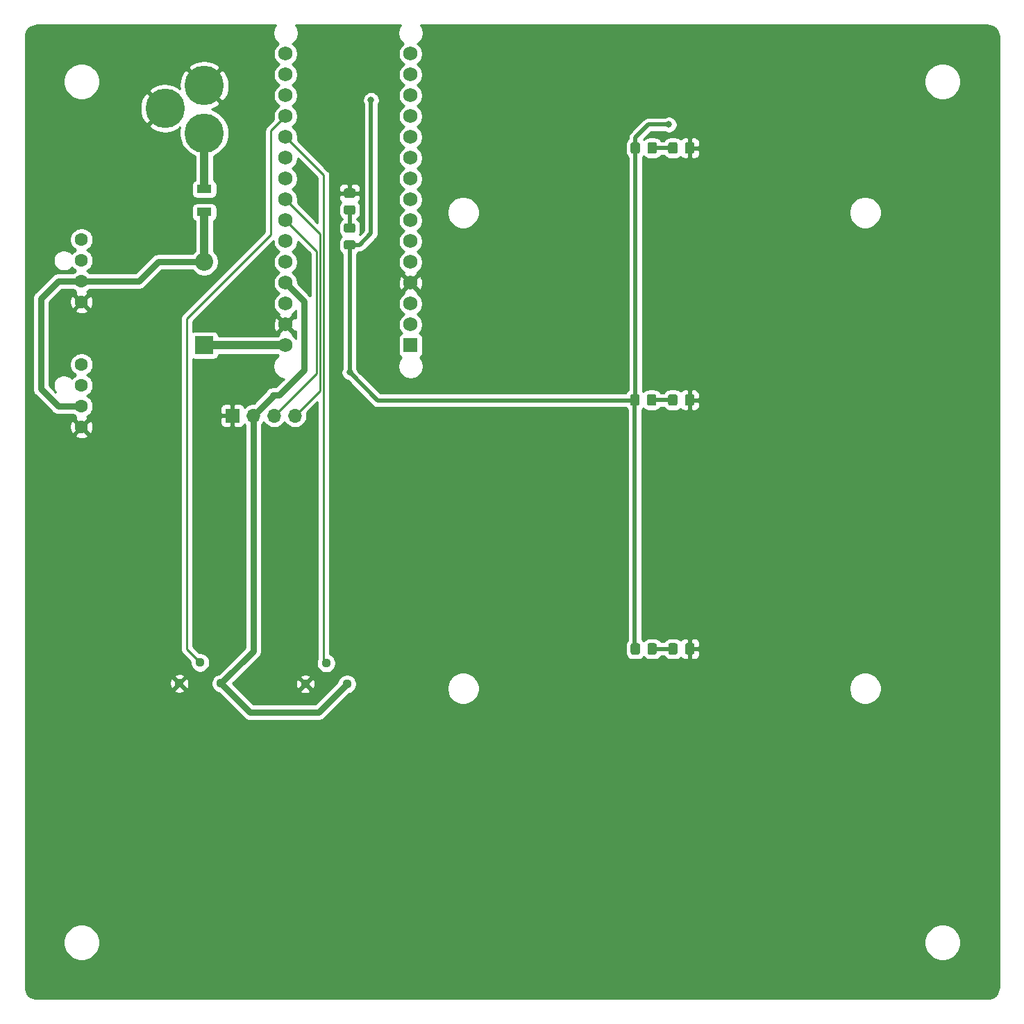
<source format=gbr>
%TF.GenerationSoftware,KiCad,Pcbnew,(5.1.6)-1*%
%TF.CreationDate,2024-05-27T20:35:23-04:00*%
%TF.ProjectId,watercooled-pi-120mm,77617465-7263-46f6-9f6c-65642d70692d,rev?*%
%TF.SameCoordinates,Original*%
%TF.FileFunction,Copper,L1,Top*%
%TF.FilePolarity,Positive*%
%FSLAX46Y46*%
G04 Gerber Fmt 4.6, Leading zero omitted, Abs format (unit mm)*
G04 Created by KiCad (PCBNEW (5.1.6)-1) date 2024-05-27 20:35:23*
%MOMM*%
%LPD*%
G01*
G04 APERTURE LIST*
%TA.AperFunction,ComponentPad*%
%ADD10R,2.200000X2.200000*%
%TD*%
%TA.AperFunction,ComponentPad*%
%ADD11O,2.200000X2.200000*%
%TD*%
%TA.AperFunction,SMDPad,CuDef*%
%ADD12R,1.800000X1.000000*%
%TD*%
%TA.AperFunction,ComponentPad*%
%ADD13C,1.605000*%
%TD*%
%TA.AperFunction,ComponentPad*%
%ADD14C,4.800000*%
%TD*%
%TA.AperFunction,ComponentPad*%
%ADD15R,1.700000X1.700000*%
%TD*%
%TA.AperFunction,ComponentPad*%
%ADD16O,1.700000X1.700000*%
%TD*%
%TA.AperFunction,ComponentPad*%
%ADD17C,1.120000*%
%TD*%
%TA.AperFunction,ComponentPad*%
%ADD18R,1.727200X1.727200*%
%TD*%
%TA.AperFunction,ComponentPad*%
%ADD19C,1.727200*%
%TD*%
%TA.AperFunction,ViaPad*%
%ADD20C,0.800000*%
%TD*%
%TA.AperFunction,Conductor*%
%ADD21C,1.000000*%
%TD*%
%TA.AperFunction,Conductor*%
%ADD22C,0.750000*%
%TD*%
%TA.AperFunction,Conductor*%
%ADD23C,0.500000*%
%TD*%
%TA.AperFunction,Conductor*%
%ADD24C,0.250000*%
%TD*%
%TA.AperFunction,Conductor*%
%ADD25C,0.254000*%
%TD*%
G04 APERTURE END LIST*
D10*
%TO.P,D1,1*%
%TO.N,Net-(D1-Pad1)*%
X117157500Y-75565000D03*
D11*
%TO.P,D1,2*%
%TO.N,+12V*%
X117157500Y-65405000D03*
%TD*%
D12*
%TO.P,F0,1*%
%TO.N,Net-(F0-Pad1)*%
X117157500Y-56512000D03*
%TO.P,F0,2*%
%TO.N,+12V*%
X117157500Y-59312000D03*
%TD*%
D13*
%TO.P,J0,1*%
%TO.N,GND*%
X102171500Y-85534500D03*
%TO.P,J0,2*%
%TO.N,+12V*%
X102171500Y-82994500D03*
%TO.P,J0,3*%
%TO.N,TACH0*%
X102171500Y-80454500D03*
%TO.P,J0,4*%
%TO.N,PWM0*%
X102171500Y-77914500D03*
%TD*%
%TO.P,J1,4*%
%TO.N,PWM1*%
X102171500Y-62674500D03*
%TO.P,J1,3*%
%TO.N,TACH1*%
X102171500Y-65214500D03*
%TO.P,J1,2*%
%TO.N,+12V*%
X102171500Y-67754500D03*
%TO.P,J1,1*%
%TO.N,GND*%
X102171500Y-70294500D03*
%TD*%
D14*
%TO.P,J2,1*%
%TO.N,Net-(F0-Pad1)*%
X117147500Y-49668000D03*
%TO.P,J2,2*%
%TO.N,GND*%
X117147500Y-43868000D03*
%TO.P,J2,3*%
X112347500Y-46668000D03*
%TD*%
D15*
%TO.P,J3,1*%
%TO.N,GND*%
X120586500Y-84137500D03*
D16*
%TO.P,J3,2*%
%TO.N,+5V*%
X123126500Y-84137500D03*
%TO.P,J3,3*%
%TO.N,SCL*%
X125666500Y-84137500D03*
%TO.P,J3,4*%
%TO.N,SDA*%
X128206500Y-84137500D03*
%TD*%
D17*
%TO.P,R0,1*%
%TO.N,GND*%
X114109500Y-116802500D03*
%TO.P,R0,2*%
%TO.N,CTRL0*%
X116649500Y-114262500D03*
%TO.P,R0,3*%
%TO.N,+5V*%
X119189500Y-116802500D03*
%TD*%
%TO.P,R1,3*%
%TO.N,+5V*%
X134556500Y-116866000D03*
%TO.P,R1,2*%
%TO.N,CTRL1*%
X132016500Y-114326000D03*
%TO.P,R1,1*%
%TO.N,GND*%
X129476500Y-116866000D03*
%TD*%
D18*
%TO.P,TB0,1*%
%TO.N,N/C*%
X142303500Y-75565000D03*
D19*
%TO.P,TB0,2*%
X142303500Y-73025000D03*
%TO.P,TB0,3*%
%TO.N,Net-(TB0-Pad28)*%
X142303500Y-70485000D03*
%TO.P,TB0,4*%
%TO.N,GND*%
X142303500Y-67945000D03*
%TO.P,TB0,5*%
%TO.N,TACH0*%
X142303500Y-65405000D03*
%TO.P,TB0,6*%
%TO.N,N/C*%
X142303500Y-62865000D03*
%TO.P,TB0,7*%
X142303500Y-60325000D03*
%TO.P,TB0,8*%
X142303500Y-57785000D03*
%TO.P,TB0,9*%
%TO.N,TACH1*%
X142303500Y-55245000D03*
%TO.P,TB0,10*%
%TO.N,N/C*%
X142303500Y-52705000D03*
%TO.P,TB0,11*%
X142303500Y-50165000D03*
%TO.P,TB0,12*%
%TO.N,PWM0*%
X142303500Y-47625000D03*
%TO.P,TB0,13*%
%TO.N,PWM1*%
X142303500Y-45085000D03*
%TO.P,TB0,14*%
%TO.N,N/C*%
X142303500Y-42545000D03*
%TO.P,TB0,15*%
X142303500Y-40005000D03*
%TO.P,TB0,16*%
X127063500Y-40005000D03*
%TO.P,TB0,17*%
X127063500Y-42545000D03*
%TO.P,TB0,18*%
X127063500Y-45085000D03*
%TO.P,TB0,19*%
%TO.N,CTRL0*%
X127063500Y-47625000D03*
%TO.P,TB0,20*%
%TO.N,CTRL1*%
X127063500Y-50165000D03*
%TO.P,TB0,21*%
%TO.N,N/C*%
X127063500Y-52705000D03*
%TO.P,TB0,22*%
X127063500Y-55245000D03*
%TO.P,TB0,23*%
%TO.N,SDA*%
X127063500Y-57785000D03*
%TO.P,TB0,24*%
%TO.N,SCL*%
X127063500Y-60325000D03*
%TO.P,TB0,25*%
%TO.N,N/C*%
X127063500Y-62865000D03*
%TO.P,TB0,26*%
X127063500Y-65405000D03*
%TO.P,TB0,27*%
%TO.N,+5V*%
X127063500Y-67945000D03*
%TO.P,TB0,28*%
%TO.N,Net-(TB0-Pad28)*%
X127063500Y-70485000D03*
%TO.P,TB0,29*%
%TO.N,GND*%
X127063500Y-73025000D03*
%TO.P,TB0,30*%
%TO.N,Net-(D1-Pad1)*%
X127063500Y-75565000D03*
%TD*%
%TO.P,D2,2*%
%TO.N,Net-(D2-Pad2)*%
%TA.AperFunction,SMDPad,CuDef*%
G36*
G01*
X134423999Y-58480000D02*
X135324001Y-58480000D01*
G75*
G02*
X135574000Y-58729999I0J-249999D01*
G01*
X135574000Y-59380001D01*
G75*
G02*
X135324001Y-59630000I-249999J0D01*
G01*
X134423999Y-59630000D01*
G75*
G02*
X134174000Y-59380001I0J249999D01*
G01*
X134174000Y-58729999D01*
G75*
G02*
X134423999Y-58480000I249999J0D01*
G01*
G37*
%TD.AperFunction*%
%TO.P,D2,1*%
%TO.N,GND*%
%TA.AperFunction,SMDPad,CuDef*%
G36*
G01*
X134423999Y-56430000D02*
X135324001Y-56430000D01*
G75*
G02*
X135574000Y-56679999I0J-249999D01*
G01*
X135574000Y-57330001D01*
G75*
G02*
X135324001Y-57580000I-249999J0D01*
G01*
X134423999Y-57580000D01*
G75*
G02*
X134174000Y-57330001I0J249999D01*
G01*
X134174000Y-56679999D01*
G75*
G02*
X134423999Y-56430000I249999J0D01*
G01*
G37*
%TD.AperFunction*%
%TD*%
%TO.P,D3,1*%
%TO.N,GND*%
%TA.AperFunction,SMDPad,CuDef*%
G36*
G01*
X176923500Y-51048499D02*
X176923500Y-51948501D01*
G75*
G02*
X176673501Y-52198500I-249999J0D01*
G01*
X176023499Y-52198500D01*
G75*
G02*
X175773500Y-51948501I0J249999D01*
G01*
X175773500Y-51048499D01*
G75*
G02*
X176023499Y-50798500I249999J0D01*
G01*
X176673501Y-50798500D01*
G75*
G02*
X176923500Y-51048499I0J-249999D01*
G01*
G37*
%TD.AperFunction*%
%TO.P,D3,2*%
%TO.N,Net-(D3-Pad2)*%
%TA.AperFunction,SMDPad,CuDef*%
G36*
G01*
X174873500Y-51048499D02*
X174873500Y-51948501D01*
G75*
G02*
X174623501Y-52198500I-249999J0D01*
G01*
X173973499Y-52198500D01*
G75*
G02*
X173723500Y-51948501I0J249999D01*
G01*
X173723500Y-51048499D01*
G75*
G02*
X173973499Y-50798500I249999J0D01*
G01*
X174623501Y-50798500D01*
G75*
G02*
X174873500Y-51048499I0J-249999D01*
G01*
G37*
%TD.AperFunction*%
%TD*%
%TO.P,D4,2*%
%TO.N,Net-(D4-Pad2)*%
%TA.AperFunction,SMDPad,CuDef*%
G36*
G01*
X174864500Y-81782499D02*
X174864500Y-82682501D01*
G75*
G02*
X174614501Y-82932500I-249999J0D01*
G01*
X173964499Y-82932500D01*
G75*
G02*
X173714500Y-82682501I0J249999D01*
G01*
X173714500Y-81782499D01*
G75*
G02*
X173964499Y-81532500I249999J0D01*
G01*
X174614501Y-81532500D01*
G75*
G02*
X174864500Y-81782499I0J-249999D01*
G01*
G37*
%TD.AperFunction*%
%TO.P,D4,1*%
%TO.N,GND*%
%TA.AperFunction,SMDPad,CuDef*%
G36*
G01*
X176914500Y-81782499D02*
X176914500Y-82682501D01*
G75*
G02*
X176664501Y-82932500I-249999J0D01*
G01*
X176014499Y-82932500D01*
G75*
G02*
X175764500Y-82682501I0J249999D01*
G01*
X175764500Y-81782499D01*
G75*
G02*
X176014499Y-81532500I249999J0D01*
G01*
X176664501Y-81532500D01*
G75*
G02*
X176914500Y-81782499I0J-249999D01*
G01*
G37*
%TD.AperFunction*%
%TD*%
%TO.P,D5,1*%
%TO.N,GND*%
%TA.AperFunction,SMDPad,CuDef*%
G36*
G01*
X176932500Y-112135499D02*
X176932500Y-113035501D01*
G75*
G02*
X176682501Y-113285500I-249999J0D01*
G01*
X176032499Y-113285500D01*
G75*
G02*
X175782500Y-113035501I0J249999D01*
G01*
X175782500Y-112135499D01*
G75*
G02*
X176032499Y-111885500I249999J0D01*
G01*
X176682501Y-111885500D01*
G75*
G02*
X176932500Y-112135499I0J-249999D01*
G01*
G37*
%TD.AperFunction*%
%TO.P,D5,2*%
%TO.N,Net-(D5-Pad2)*%
%TA.AperFunction,SMDPad,CuDef*%
G36*
G01*
X174882500Y-112135499D02*
X174882500Y-113035501D01*
G75*
G02*
X174632501Y-113285500I-249999J0D01*
G01*
X173982499Y-113285500D01*
G75*
G02*
X173732500Y-113035501I0J249999D01*
G01*
X173732500Y-112135499D01*
G75*
G02*
X173982499Y-111885500I249999J0D01*
G01*
X174632501Y-111885500D01*
G75*
G02*
X174882500Y-112135499I0J-249999D01*
G01*
G37*
%TD.AperFunction*%
%TD*%
%TO.P,R2,2*%
%TO.N,+12V*%
%TA.AperFunction,SMDPad,CuDef*%
G36*
G01*
X134423999Y-62734500D02*
X135324001Y-62734500D01*
G75*
G02*
X135574000Y-62984499I0J-249999D01*
G01*
X135574000Y-63634501D01*
G75*
G02*
X135324001Y-63884500I-249999J0D01*
G01*
X134423999Y-63884500D01*
G75*
G02*
X134174000Y-63634501I0J249999D01*
G01*
X134174000Y-62984499D01*
G75*
G02*
X134423999Y-62734500I249999J0D01*
G01*
G37*
%TD.AperFunction*%
%TO.P,R2,1*%
%TO.N,Net-(D2-Pad2)*%
%TA.AperFunction,SMDPad,CuDef*%
G36*
G01*
X134423999Y-60684500D02*
X135324001Y-60684500D01*
G75*
G02*
X135574000Y-60934499I0J-249999D01*
G01*
X135574000Y-61584501D01*
G75*
G02*
X135324001Y-61834500I-249999J0D01*
G01*
X134423999Y-61834500D01*
G75*
G02*
X134174000Y-61584501I0J249999D01*
G01*
X134174000Y-60934499D01*
G75*
G02*
X134423999Y-60684500I249999J0D01*
G01*
G37*
%TD.AperFunction*%
%TD*%
%TO.P,R3,1*%
%TO.N,Net-(D3-Pad2)*%
%TA.AperFunction,SMDPad,CuDef*%
G36*
G01*
X172342500Y-51048499D02*
X172342500Y-51948501D01*
G75*
G02*
X172092501Y-52198500I-249999J0D01*
G01*
X171442499Y-52198500D01*
G75*
G02*
X171192500Y-51948501I0J249999D01*
G01*
X171192500Y-51048499D01*
G75*
G02*
X171442499Y-50798500I249999J0D01*
G01*
X172092501Y-50798500D01*
G75*
G02*
X172342500Y-51048499I0J-249999D01*
G01*
G37*
%TD.AperFunction*%
%TO.P,R3,2*%
%TO.N,+12V*%
%TA.AperFunction,SMDPad,CuDef*%
G36*
G01*
X170292500Y-51048499D02*
X170292500Y-51948501D01*
G75*
G02*
X170042501Y-52198500I-249999J0D01*
G01*
X169392499Y-52198500D01*
G75*
G02*
X169142500Y-51948501I0J249999D01*
G01*
X169142500Y-51048499D01*
G75*
G02*
X169392499Y-50798500I249999J0D01*
G01*
X170042501Y-50798500D01*
G75*
G02*
X170292500Y-51048499I0J-249999D01*
G01*
G37*
%TD.AperFunction*%
%TD*%
%TO.P,R4,1*%
%TO.N,Net-(D4-Pad2)*%
%TA.AperFunction,SMDPad,CuDef*%
G36*
G01*
X172279000Y-81782499D02*
X172279000Y-82682501D01*
G75*
G02*
X172029001Y-82932500I-249999J0D01*
G01*
X171378999Y-82932500D01*
G75*
G02*
X171129000Y-82682501I0J249999D01*
G01*
X171129000Y-81782499D01*
G75*
G02*
X171378999Y-81532500I249999J0D01*
G01*
X172029001Y-81532500D01*
G75*
G02*
X172279000Y-81782499I0J-249999D01*
G01*
G37*
%TD.AperFunction*%
%TO.P,R4,2*%
%TO.N,+12V*%
%TA.AperFunction,SMDPad,CuDef*%
G36*
G01*
X170229000Y-81782499D02*
X170229000Y-82682501D01*
G75*
G02*
X169979001Y-82932500I-249999J0D01*
G01*
X169328999Y-82932500D01*
G75*
G02*
X169079000Y-82682501I0J249999D01*
G01*
X169079000Y-81782499D01*
G75*
G02*
X169328999Y-81532500I249999J0D01*
G01*
X169979001Y-81532500D01*
G75*
G02*
X170229000Y-81782499I0J-249999D01*
G01*
G37*
%TD.AperFunction*%
%TD*%
%TO.P,R5,2*%
%TO.N,+12V*%
%TA.AperFunction,SMDPad,CuDef*%
G36*
G01*
X170292500Y-112135499D02*
X170292500Y-113035501D01*
G75*
G02*
X170042501Y-113285500I-249999J0D01*
G01*
X169392499Y-113285500D01*
G75*
G02*
X169142500Y-113035501I0J249999D01*
G01*
X169142500Y-112135499D01*
G75*
G02*
X169392499Y-111885500I249999J0D01*
G01*
X170042501Y-111885500D01*
G75*
G02*
X170292500Y-112135499I0J-249999D01*
G01*
G37*
%TD.AperFunction*%
%TO.P,R5,1*%
%TO.N,Net-(D5-Pad2)*%
%TA.AperFunction,SMDPad,CuDef*%
G36*
G01*
X172342500Y-112135499D02*
X172342500Y-113035501D01*
G75*
G02*
X172092501Y-113285500I-249999J0D01*
G01*
X171442499Y-113285500D01*
G75*
G02*
X171192500Y-113035501I0J249999D01*
G01*
X171192500Y-112135499D01*
G75*
G02*
X171442499Y-111885500I249999J0D01*
G01*
X172092501Y-111885500D01*
G75*
G02*
X172342500Y-112135499I0J-249999D01*
G01*
G37*
%TD.AperFunction*%
%TD*%
D20*
%TO.N,+12V*%
X134874000Y-78867000D03*
X137477500Y-45656500D03*
X173799500Y-48641000D03*
%TO.N,GND*%
X129794000Y-57975500D03*
X139255500Y-57975500D03*
X123507500Y-69215000D03*
X106870500Y-63881000D03*
X135001000Y-37465000D03*
X134874000Y-51498500D03*
X134874000Y-55245000D03*
X129794000Y-66675000D03*
X108204000Y-69786500D03*
%TD*%
D21*
%TO.N,+12V*%
X117157500Y-59312000D02*
X117157500Y-65405000D01*
D22*
X117157500Y-65405000D02*
X111506000Y-65405000D01*
X109156500Y-67754500D02*
X102171500Y-67754500D01*
X111506000Y-65405000D02*
X109156500Y-67754500D01*
X102171500Y-67754500D02*
X99314000Y-67754500D01*
X99314000Y-67754500D02*
X97218500Y-69850000D01*
X97218500Y-69850000D02*
X97218500Y-80899000D01*
X99314000Y-82994500D02*
X102171500Y-82994500D01*
X97218500Y-80899000D02*
X99314000Y-82994500D01*
D23*
X169717500Y-82169000D02*
X169654000Y-82232500D01*
X169717500Y-51498500D02*
X169717500Y-82169000D01*
X169654000Y-112522000D02*
X169717500Y-112585500D01*
X169654000Y-82232500D02*
X169654000Y-112522000D01*
X138303000Y-82296000D02*
X134874000Y-78867000D01*
X134874000Y-78867000D02*
X134874000Y-63309500D01*
X169654000Y-82232500D02*
X169590500Y-82296000D01*
X169590500Y-82296000D02*
X138303000Y-82296000D01*
X136080500Y-63309500D02*
X134874000Y-63309500D01*
X137477500Y-45656500D02*
X137477500Y-61912500D01*
X137477500Y-61912500D02*
X136080500Y-63309500D01*
X169717500Y-50246500D02*
X169717500Y-51498500D01*
X173799500Y-48641000D02*
X171323000Y-48641000D01*
X171323000Y-48641000D02*
X169717500Y-50246500D01*
D21*
%TO.N,Net-(F0-Pad1)*%
X117147500Y-56502000D02*
X117157500Y-56512000D01*
X117147500Y-49668000D02*
X117147500Y-56502000D01*
D22*
%TO.N,+5V*%
X119189500Y-116802500D02*
X122719500Y-120332500D01*
X131090000Y-120332500D02*
X134556500Y-116866000D01*
X122719500Y-120332500D02*
X131090000Y-120332500D01*
X123126500Y-112865500D02*
X119189500Y-116802500D01*
X123126500Y-84137500D02*
X123126500Y-112865500D01*
X129349500Y-70231000D02*
X127063500Y-67945000D01*
X125476000Y-81788000D02*
X125476000Y-81661000D01*
X123126500Y-84137500D02*
X125476000Y-81788000D01*
X126301500Y-81661000D02*
X129349500Y-78613000D01*
X125476000Y-81661000D02*
X126301500Y-81661000D01*
X129349500Y-78613000D02*
X129349500Y-70231000D01*
D21*
%TO.N,Net-(D1-Pad1)*%
X117157500Y-75565000D02*
X127063500Y-75565000D01*
D24*
%TO.N,SCL*%
X130810000Y-78994000D02*
X125666500Y-84137500D01*
X127063500Y-60325000D02*
X130810000Y-64071500D01*
X130810000Y-64071500D02*
X130810000Y-78994000D01*
%TO.N,SDA*%
X131260011Y-81083989D02*
X128206500Y-84137500D01*
X127063500Y-57785000D02*
X131260011Y-61981511D01*
X131260011Y-61981511D02*
X131260011Y-81083989D01*
%TO.N,CTRL0*%
X114998500Y-112611500D02*
X116649500Y-114262500D01*
X114998500Y-72326500D02*
X114998500Y-112611500D01*
X125285500Y-62039500D02*
X114998500Y-72326500D01*
X127063500Y-47625000D02*
X125285500Y-49403000D01*
X125285500Y-49403000D02*
X125285500Y-62039500D01*
%TO.N,CTRL1*%
X131710020Y-54811520D02*
X131710020Y-114019520D01*
X131710020Y-114019520D02*
X132016500Y-114326000D01*
X127063500Y-50165000D02*
X131710020Y-54811520D01*
D23*
%TO.N,Net-(D2-Pad2)*%
X134874000Y-61259500D02*
X134874000Y-59055000D01*
%TO.N,Net-(D3-Pad2)*%
X171767500Y-51498500D02*
X174298500Y-51498500D01*
%TO.N,Net-(D4-Pad2)*%
X171704000Y-82232500D02*
X174289500Y-82232500D01*
%TO.N,Net-(D5-Pad2)*%
X171767500Y-112585500D02*
X174307500Y-112585500D01*
%TD*%
D25*
%TO.N,GND*%
G36*
X125681046Y-36726063D02*
G01*
X125563450Y-37009965D01*
X125503500Y-37311353D01*
X125503500Y-37618647D01*
X125563450Y-37920035D01*
X125681046Y-38203937D01*
X125851769Y-38459442D01*
X126069058Y-38676731D01*
X126211522Y-38771922D01*
X126108198Y-38840961D01*
X125899461Y-39049698D01*
X125735458Y-39295147D01*
X125622490Y-39567875D01*
X125564900Y-39857401D01*
X125564900Y-40152599D01*
X125622490Y-40442125D01*
X125735458Y-40714853D01*
X125899461Y-40960302D01*
X126108198Y-41169039D01*
X126266781Y-41275000D01*
X126108198Y-41380961D01*
X125899461Y-41589698D01*
X125735458Y-41835147D01*
X125622490Y-42107875D01*
X125564900Y-42397401D01*
X125564900Y-42692599D01*
X125622490Y-42982125D01*
X125735458Y-43254853D01*
X125899461Y-43500302D01*
X126108198Y-43709039D01*
X126266781Y-43815000D01*
X126108198Y-43920961D01*
X125899461Y-44129698D01*
X125735458Y-44375147D01*
X125622490Y-44647875D01*
X125564900Y-44937401D01*
X125564900Y-45232599D01*
X125622490Y-45522125D01*
X125735458Y-45794853D01*
X125899461Y-46040302D01*
X126108198Y-46249039D01*
X126266781Y-46355000D01*
X126108198Y-46460961D01*
X125899461Y-46669698D01*
X125735458Y-46915147D01*
X125622490Y-47187875D01*
X125564900Y-47477401D01*
X125564900Y-47772599D01*
X125610724Y-48002974D01*
X124774503Y-48839196D01*
X124745499Y-48862999D01*
X124690371Y-48930174D01*
X124650526Y-48978724D01*
X124579955Y-49110753D01*
X124579954Y-49110754D01*
X124536497Y-49254015D01*
X124525500Y-49365668D01*
X124525500Y-49365678D01*
X124521824Y-49403000D01*
X124525500Y-49440322D01*
X124525501Y-61724697D01*
X114487503Y-71762696D01*
X114458499Y-71786499D01*
X114403371Y-71853674D01*
X114363526Y-71902224D01*
X114318268Y-71986896D01*
X114292954Y-72034254D01*
X114249497Y-72177515D01*
X114238500Y-72289168D01*
X114238500Y-72289178D01*
X114234824Y-72326500D01*
X114238500Y-72363822D01*
X114238501Y-112574167D01*
X114234824Y-112611500D01*
X114249498Y-112760485D01*
X114292954Y-112903746D01*
X114363526Y-113035776D01*
X114434701Y-113122502D01*
X114458500Y-113151501D01*
X114487498Y-113175299D01*
X115454915Y-114142717D01*
X115454500Y-114144803D01*
X115454500Y-114380197D01*
X115500423Y-114611069D01*
X115590505Y-114828545D01*
X115721283Y-115024268D01*
X115887732Y-115190717D01*
X116083455Y-115321495D01*
X116300931Y-115411577D01*
X116531803Y-115457500D01*
X116767197Y-115457500D01*
X116998069Y-115411577D01*
X117215545Y-115321495D01*
X117411268Y-115190717D01*
X117577717Y-115024268D01*
X117708495Y-114828545D01*
X117798577Y-114611069D01*
X117844500Y-114380197D01*
X117844500Y-114144803D01*
X117798577Y-113913931D01*
X117708495Y-113696455D01*
X117577717Y-113500732D01*
X117411268Y-113334283D01*
X117215545Y-113203505D01*
X116998069Y-113113423D01*
X116767197Y-113067500D01*
X116531803Y-113067500D01*
X116529717Y-113067915D01*
X115758500Y-112296699D01*
X115758500Y-84987500D01*
X119098428Y-84987500D01*
X119110688Y-85111982D01*
X119146998Y-85231680D01*
X119205963Y-85341994D01*
X119285315Y-85438685D01*
X119382006Y-85518037D01*
X119492320Y-85577002D01*
X119612018Y-85613312D01*
X119736500Y-85625572D01*
X120300750Y-85622500D01*
X120459500Y-85463750D01*
X120459500Y-84264500D01*
X119260250Y-84264500D01*
X119101500Y-84423250D01*
X119098428Y-84987500D01*
X115758500Y-84987500D01*
X115758500Y-83287500D01*
X119098428Y-83287500D01*
X119101500Y-83851750D01*
X119260250Y-84010500D01*
X120459500Y-84010500D01*
X120459500Y-82811250D01*
X120300750Y-82652500D01*
X119736500Y-82649428D01*
X119612018Y-82661688D01*
X119492320Y-82697998D01*
X119382006Y-82756963D01*
X119285315Y-82836315D01*
X119205963Y-82933006D01*
X119146998Y-83043320D01*
X119110688Y-83163018D01*
X119098428Y-83287500D01*
X115758500Y-83287500D01*
X115758500Y-77225200D01*
X115813320Y-77254502D01*
X115933018Y-77290812D01*
X116057500Y-77303072D01*
X118257500Y-77303072D01*
X118381982Y-77290812D01*
X118501680Y-77254502D01*
X118611994Y-77195537D01*
X118708685Y-77116185D01*
X118788037Y-77019494D01*
X118847002Y-76909180D01*
X118883312Y-76789482D01*
X118892125Y-76700000D01*
X126079159Y-76700000D01*
X126108198Y-76729039D01*
X126211522Y-76798078D01*
X126069058Y-76893269D01*
X125851769Y-77110558D01*
X125681046Y-77366063D01*
X125563450Y-77649965D01*
X125503500Y-77951353D01*
X125503500Y-78258647D01*
X125563450Y-78560035D01*
X125681046Y-78843937D01*
X125851769Y-79099442D01*
X126069058Y-79316731D01*
X126324563Y-79487454D01*
X126608465Y-79605050D01*
X126875899Y-79658246D01*
X125883145Y-80651000D01*
X125525608Y-80651000D01*
X125476000Y-80646114D01*
X125426393Y-80651000D01*
X125426392Y-80651000D01*
X125278006Y-80665615D01*
X125087620Y-80723368D01*
X124912160Y-80817153D01*
X124812429Y-80899000D01*
X124758367Y-80943367D01*
X124632153Y-81097160D01*
X124538368Y-81272620D01*
X124527632Y-81308012D01*
X123183145Y-82652500D01*
X122980240Y-82652500D01*
X122693342Y-82709568D01*
X122423089Y-82821510D01*
X122179868Y-82984025D01*
X122048013Y-83115880D01*
X122026002Y-83043320D01*
X121967037Y-82933006D01*
X121887685Y-82836315D01*
X121790994Y-82756963D01*
X121680680Y-82697998D01*
X121560982Y-82661688D01*
X121436500Y-82649428D01*
X120872250Y-82652500D01*
X120713500Y-82811250D01*
X120713500Y-84010500D01*
X120733500Y-84010500D01*
X120733500Y-84264500D01*
X120713500Y-84264500D01*
X120713500Y-85463750D01*
X120872250Y-85622500D01*
X121436500Y-85625572D01*
X121560982Y-85613312D01*
X121680680Y-85577002D01*
X121790994Y-85518037D01*
X121887685Y-85438685D01*
X121967037Y-85341994D01*
X122026002Y-85231680D01*
X122048013Y-85159120D01*
X122116500Y-85227607D01*
X122116501Y-112447143D01*
X118927427Y-115636218D01*
X118840931Y-115653423D01*
X118623455Y-115743505D01*
X118427732Y-115874283D01*
X118261283Y-116040732D01*
X118130505Y-116236455D01*
X118040423Y-116453931D01*
X117994500Y-116684803D01*
X117994500Y-116920197D01*
X118040423Y-117151069D01*
X118130505Y-117368545D01*
X118261283Y-117564268D01*
X118427732Y-117730717D01*
X118623455Y-117861495D01*
X118840931Y-117951577D01*
X118927427Y-117968782D01*
X121970244Y-121011600D01*
X122001867Y-121050133D01*
X122155660Y-121176347D01*
X122331120Y-121270132D01*
X122521505Y-121327885D01*
X122719500Y-121347386D01*
X122769108Y-121342500D01*
X131040392Y-121342500D01*
X131090000Y-121347386D01*
X131287994Y-121327885D01*
X131478380Y-121270132D01*
X131653840Y-121176347D01*
X131807633Y-121050133D01*
X131839261Y-121011594D01*
X134818573Y-118032282D01*
X134905069Y-118015077D01*
X135122545Y-117924995D01*
X135318268Y-117794217D01*
X135484717Y-117627768D01*
X135615495Y-117432045D01*
X135704986Y-117215995D01*
X146732000Y-117215995D01*
X146732000Y-117607005D01*
X146808282Y-117990503D01*
X146957915Y-118351750D01*
X147175149Y-118676864D01*
X147451636Y-118953351D01*
X147776750Y-119170585D01*
X148137997Y-119320218D01*
X148521495Y-119396500D01*
X148912505Y-119396500D01*
X149296003Y-119320218D01*
X149657250Y-119170585D01*
X149982364Y-118953351D01*
X150258851Y-118676864D01*
X150476085Y-118351750D01*
X150625718Y-117990503D01*
X150702000Y-117607005D01*
X150702000Y-117215995D01*
X195754000Y-117215995D01*
X195754000Y-117607005D01*
X195830282Y-117990503D01*
X195979915Y-118351750D01*
X196197149Y-118676864D01*
X196473636Y-118953351D01*
X196798750Y-119170585D01*
X197159997Y-119320218D01*
X197543495Y-119396500D01*
X197934505Y-119396500D01*
X198318003Y-119320218D01*
X198679250Y-119170585D01*
X199004364Y-118953351D01*
X199280851Y-118676864D01*
X199498085Y-118351750D01*
X199647718Y-117990503D01*
X199724000Y-117607005D01*
X199724000Y-117215995D01*
X199647718Y-116832497D01*
X199498085Y-116471250D01*
X199280851Y-116146136D01*
X199004364Y-115869649D01*
X198679250Y-115652415D01*
X198318003Y-115502782D01*
X197934505Y-115426500D01*
X197543495Y-115426500D01*
X197159997Y-115502782D01*
X196798750Y-115652415D01*
X196473636Y-115869649D01*
X196197149Y-116146136D01*
X195979915Y-116471250D01*
X195830282Y-116832497D01*
X195754000Y-117215995D01*
X150702000Y-117215995D01*
X150625718Y-116832497D01*
X150476085Y-116471250D01*
X150258851Y-116146136D01*
X149982364Y-115869649D01*
X149657250Y-115652415D01*
X149296003Y-115502782D01*
X148912505Y-115426500D01*
X148521495Y-115426500D01*
X148137997Y-115502782D01*
X147776750Y-115652415D01*
X147451636Y-115869649D01*
X147175149Y-116146136D01*
X146957915Y-116471250D01*
X146808282Y-116832497D01*
X146732000Y-117215995D01*
X135704986Y-117215995D01*
X135705577Y-117214569D01*
X135751500Y-116983697D01*
X135751500Y-116748303D01*
X135705577Y-116517431D01*
X135615495Y-116299955D01*
X135484717Y-116104232D01*
X135318268Y-115937783D01*
X135122545Y-115807005D01*
X134905069Y-115716923D01*
X134674197Y-115671000D01*
X134438803Y-115671000D01*
X134207931Y-115716923D01*
X133990455Y-115807005D01*
X133794732Y-115937783D01*
X133628283Y-116104232D01*
X133497505Y-116299955D01*
X133407423Y-116517431D01*
X133390218Y-116603927D01*
X130671645Y-119322500D01*
X123137856Y-119322500D01*
X121502494Y-117687138D01*
X128834967Y-117687138D01*
X128877402Y-117906653D01*
X129091936Y-118003535D01*
X129321248Y-118056703D01*
X129556525Y-118064113D01*
X129788728Y-118025479D01*
X130008932Y-117942287D01*
X130075598Y-117906653D01*
X130118033Y-117687138D01*
X129476500Y-117045605D01*
X128834967Y-117687138D01*
X121502494Y-117687138D01*
X120761381Y-116946025D01*
X128278387Y-116946025D01*
X128317021Y-117178228D01*
X128400213Y-117398432D01*
X128435847Y-117465098D01*
X128655362Y-117507533D01*
X129296895Y-116866000D01*
X129656105Y-116866000D01*
X130297638Y-117507533D01*
X130517153Y-117465098D01*
X130614035Y-117250564D01*
X130667203Y-117021252D01*
X130674613Y-116785975D01*
X130635979Y-116553772D01*
X130552787Y-116333568D01*
X130517153Y-116266902D01*
X130297638Y-116224467D01*
X129656105Y-116866000D01*
X129296895Y-116866000D01*
X128655362Y-116224467D01*
X128435847Y-116266902D01*
X128338965Y-116481436D01*
X128285797Y-116710748D01*
X128278387Y-116946025D01*
X120761381Y-116946025D01*
X120617855Y-116802500D01*
X121375493Y-116044862D01*
X128834967Y-116044862D01*
X129476500Y-116686395D01*
X130118033Y-116044862D01*
X130075598Y-115825347D01*
X129861064Y-115728465D01*
X129631752Y-115675297D01*
X129396475Y-115667887D01*
X129164272Y-115706521D01*
X128944068Y-115789713D01*
X128877402Y-115825347D01*
X128834967Y-116044862D01*
X121375493Y-116044862D01*
X123805600Y-113614756D01*
X123844133Y-113583133D01*
X123970347Y-113429340D01*
X124064132Y-113253880D01*
X124087477Y-113176923D01*
X124121885Y-113063495D01*
X124141386Y-112865500D01*
X124136500Y-112815892D01*
X124136500Y-85227607D01*
X124279975Y-85084132D01*
X124396500Y-84909740D01*
X124513025Y-85084132D01*
X124719868Y-85290975D01*
X124963089Y-85453490D01*
X125233342Y-85565432D01*
X125520240Y-85622500D01*
X125812760Y-85622500D01*
X126099658Y-85565432D01*
X126369911Y-85453490D01*
X126613132Y-85290975D01*
X126819975Y-85084132D01*
X126936500Y-84909740D01*
X127053025Y-85084132D01*
X127259868Y-85290975D01*
X127503089Y-85453490D01*
X127773342Y-85565432D01*
X128060240Y-85622500D01*
X128352760Y-85622500D01*
X128639658Y-85565432D01*
X128909911Y-85453490D01*
X129153132Y-85290975D01*
X129359975Y-85084132D01*
X129522490Y-84840911D01*
X129634432Y-84570658D01*
X129691500Y-84283760D01*
X129691500Y-83991240D01*
X129647709Y-83771092D01*
X130950020Y-82468781D01*
X130950021Y-113778023D01*
X130867423Y-113977431D01*
X130821500Y-114208303D01*
X130821500Y-114443697D01*
X130867423Y-114674569D01*
X130957505Y-114892045D01*
X131088283Y-115087768D01*
X131254732Y-115254217D01*
X131450455Y-115384995D01*
X131667931Y-115475077D01*
X131898803Y-115521000D01*
X132134197Y-115521000D01*
X132365069Y-115475077D01*
X132582545Y-115384995D01*
X132778268Y-115254217D01*
X132944717Y-115087768D01*
X133075495Y-114892045D01*
X133165577Y-114674569D01*
X133211500Y-114443697D01*
X133211500Y-114208303D01*
X133165577Y-113977431D01*
X133075495Y-113759955D01*
X132944717Y-113564232D01*
X132778268Y-113397783D01*
X132582545Y-113267005D01*
X132470020Y-113220395D01*
X132470020Y-57580000D01*
X133535928Y-57580000D01*
X133548188Y-57704482D01*
X133584498Y-57824180D01*
X133643463Y-57934494D01*
X133722815Y-58031185D01*
X133802594Y-58096658D01*
X133796038Y-58102038D01*
X133685595Y-58236613D01*
X133603528Y-58390149D01*
X133552992Y-58556745D01*
X133535928Y-58729999D01*
X133535928Y-59380001D01*
X133552992Y-59553255D01*
X133603528Y-59719851D01*
X133685595Y-59873387D01*
X133796038Y-60007962D01*
X133930613Y-60118405D01*
X133989001Y-60149614D01*
X133989000Y-60164886D01*
X133930613Y-60196095D01*
X133796038Y-60306538D01*
X133685595Y-60441113D01*
X133603528Y-60594649D01*
X133552992Y-60761245D01*
X133535928Y-60934499D01*
X133535928Y-61584501D01*
X133552992Y-61757755D01*
X133603528Y-61924351D01*
X133685595Y-62077887D01*
X133796038Y-62212462D01*
X133883816Y-62284500D01*
X133796038Y-62356538D01*
X133685595Y-62491113D01*
X133603528Y-62644649D01*
X133552992Y-62811245D01*
X133535928Y-62984499D01*
X133535928Y-63634501D01*
X133552992Y-63807755D01*
X133603528Y-63974351D01*
X133685595Y-64127887D01*
X133796038Y-64262462D01*
X133930613Y-64372905D01*
X133989001Y-64404114D01*
X133989000Y-78328546D01*
X133956795Y-78376744D01*
X133878774Y-78565102D01*
X133839000Y-78765061D01*
X133839000Y-78968939D01*
X133878774Y-79168898D01*
X133956795Y-79357256D01*
X134070063Y-79526774D01*
X134214226Y-79670937D01*
X134383744Y-79784205D01*
X134572102Y-79862226D01*
X134628957Y-79873535D01*
X137646470Y-82891049D01*
X137674183Y-82924817D01*
X137707951Y-82952530D01*
X137707953Y-82952532D01*
X137754326Y-82990589D01*
X137808941Y-83035411D01*
X137962687Y-83117589D01*
X138129510Y-83168195D01*
X138259523Y-83181000D01*
X138259533Y-83181000D01*
X138302999Y-83185281D01*
X138346465Y-83181000D01*
X168594791Y-83181000D01*
X168701038Y-83310462D01*
X168769000Y-83366237D01*
X168769001Y-111503875D01*
X168764538Y-111507538D01*
X168654095Y-111642113D01*
X168572028Y-111795649D01*
X168521492Y-111962245D01*
X168504428Y-112135499D01*
X168504428Y-113035501D01*
X168521492Y-113208755D01*
X168572028Y-113375351D01*
X168654095Y-113528887D01*
X168764538Y-113663462D01*
X168899113Y-113773905D01*
X169052649Y-113855972D01*
X169219245Y-113906508D01*
X169392499Y-113923572D01*
X170042501Y-113923572D01*
X170215755Y-113906508D01*
X170382351Y-113855972D01*
X170535887Y-113773905D01*
X170670462Y-113663462D01*
X170742500Y-113575684D01*
X170814538Y-113663462D01*
X170949113Y-113773905D01*
X171102649Y-113855972D01*
X171269245Y-113906508D01*
X171442499Y-113923572D01*
X172092501Y-113923572D01*
X172265755Y-113906508D01*
X172432351Y-113855972D01*
X172585887Y-113773905D01*
X172720462Y-113663462D01*
X172830905Y-113528887D01*
X172862114Y-113470500D01*
X173212886Y-113470500D01*
X173244095Y-113528887D01*
X173354538Y-113663462D01*
X173489113Y-113773905D01*
X173642649Y-113855972D01*
X173809245Y-113906508D01*
X173982499Y-113923572D01*
X174632501Y-113923572D01*
X174805755Y-113906508D01*
X174972351Y-113855972D01*
X175125887Y-113773905D01*
X175260462Y-113663462D01*
X175265842Y-113656906D01*
X175331315Y-113736685D01*
X175428006Y-113816037D01*
X175538320Y-113875002D01*
X175658018Y-113911312D01*
X175782500Y-113923572D01*
X176071750Y-113920500D01*
X176230500Y-113761750D01*
X176230500Y-112712500D01*
X176484500Y-112712500D01*
X176484500Y-113761750D01*
X176643250Y-113920500D01*
X176932500Y-113923572D01*
X177056982Y-113911312D01*
X177176680Y-113875002D01*
X177286994Y-113816037D01*
X177383685Y-113736685D01*
X177463037Y-113639994D01*
X177522002Y-113529680D01*
X177558312Y-113409982D01*
X177570572Y-113285500D01*
X177567500Y-112871250D01*
X177408750Y-112712500D01*
X176484500Y-112712500D01*
X176230500Y-112712500D01*
X176210500Y-112712500D01*
X176210500Y-112458500D01*
X176230500Y-112458500D01*
X176230500Y-111409250D01*
X176484500Y-111409250D01*
X176484500Y-112458500D01*
X177408750Y-112458500D01*
X177567500Y-112299750D01*
X177570572Y-111885500D01*
X177558312Y-111761018D01*
X177522002Y-111641320D01*
X177463037Y-111531006D01*
X177383685Y-111434315D01*
X177286994Y-111354963D01*
X177176680Y-111295998D01*
X177056982Y-111259688D01*
X176932500Y-111247428D01*
X176643250Y-111250500D01*
X176484500Y-111409250D01*
X176230500Y-111409250D01*
X176071750Y-111250500D01*
X175782500Y-111247428D01*
X175658018Y-111259688D01*
X175538320Y-111295998D01*
X175428006Y-111354963D01*
X175331315Y-111434315D01*
X175265842Y-111514094D01*
X175260462Y-111507538D01*
X175125887Y-111397095D01*
X174972351Y-111315028D01*
X174805755Y-111264492D01*
X174632501Y-111247428D01*
X173982499Y-111247428D01*
X173809245Y-111264492D01*
X173642649Y-111315028D01*
X173489113Y-111397095D01*
X173354538Y-111507538D01*
X173244095Y-111642113D01*
X173212886Y-111700500D01*
X172862114Y-111700500D01*
X172830905Y-111642113D01*
X172720462Y-111507538D01*
X172585887Y-111397095D01*
X172432351Y-111315028D01*
X172265755Y-111264492D01*
X172092501Y-111247428D01*
X171442499Y-111247428D01*
X171269245Y-111264492D01*
X171102649Y-111315028D01*
X170949113Y-111397095D01*
X170814538Y-111507538D01*
X170742500Y-111595316D01*
X170670462Y-111507538D01*
X170539000Y-111399650D01*
X170539000Y-83366237D01*
X170606962Y-83310462D01*
X170679000Y-83222684D01*
X170751038Y-83310462D01*
X170885613Y-83420905D01*
X171039149Y-83502972D01*
X171205745Y-83553508D01*
X171378999Y-83570572D01*
X172029001Y-83570572D01*
X172202255Y-83553508D01*
X172368851Y-83502972D01*
X172522387Y-83420905D01*
X172656962Y-83310462D01*
X172767405Y-83175887D01*
X172798614Y-83117500D01*
X173194886Y-83117500D01*
X173226095Y-83175887D01*
X173336538Y-83310462D01*
X173471113Y-83420905D01*
X173624649Y-83502972D01*
X173791245Y-83553508D01*
X173964499Y-83570572D01*
X174614501Y-83570572D01*
X174787755Y-83553508D01*
X174954351Y-83502972D01*
X175107887Y-83420905D01*
X175242462Y-83310462D01*
X175247842Y-83303906D01*
X175313315Y-83383685D01*
X175410006Y-83463037D01*
X175520320Y-83522002D01*
X175640018Y-83558312D01*
X175764500Y-83570572D01*
X176053750Y-83567500D01*
X176212500Y-83408750D01*
X176212500Y-82359500D01*
X176466500Y-82359500D01*
X176466500Y-83408750D01*
X176625250Y-83567500D01*
X176914500Y-83570572D01*
X177038982Y-83558312D01*
X177158680Y-83522002D01*
X177268994Y-83463037D01*
X177365685Y-83383685D01*
X177445037Y-83286994D01*
X177504002Y-83176680D01*
X177540312Y-83056982D01*
X177552572Y-82932500D01*
X177549500Y-82518250D01*
X177390750Y-82359500D01*
X176466500Y-82359500D01*
X176212500Y-82359500D01*
X176192500Y-82359500D01*
X176192500Y-82105500D01*
X176212500Y-82105500D01*
X176212500Y-81056250D01*
X176466500Y-81056250D01*
X176466500Y-82105500D01*
X177390750Y-82105500D01*
X177549500Y-81946750D01*
X177552572Y-81532500D01*
X177540312Y-81408018D01*
X177504002Y-81288320D01*
X177445037Y-81178006D01*
X177365685Y-81081315D01*
X177268994Y-81001963D01*
X177158680Y-80942998D01*
X177038982Y-80906688D01*
X176914500Y-80894428D01*
X176625250Y-80897500D01*
X176466500Y-81056250D01*
X176212500Y-81056250D01*
X176053750Y-80897500D01*
X175764500Y-80894428D01*
X175640018Y-80906688D01*
X175520320Y-80942998D01*
X175410006Y-81001963D01*
X175313315Y-81081315D01*
X175247842Y-81161094D01*
X175242462Y-81154538D01*
X175107887Y-81044095D01*
X174954351Y-80962028D01*
X174787755Y-80911492D01*
X174614501Y-80894428D01*
X173964499Y-80894428D01*
X173791245Y-80911492D01*
X173624649Y-80962028D01*
X173471113Y-81044095D01*
X173336538Y-81154538D01*
X173226095Y-81289113D01*
X173194886Y-81347500D01*
X172798614Y-81347500D01*
X172767405Y-81289113D01*
X172656962Y-81154538D01*
X172522387Y-81044095D01*
X172368851Y-80962028D01*
X172202255Y-80911492D01*
X172029001Y-80894428D01*
X171378999Y-80894428D01*
X171205745Y-80911492D01*
X171039149Y-80962028D01*
X170885613Y-81044095D01*
X170751038Y-81154538D01*
X170679000Y-81242316D01*
X170606962Y-81154538D01*
X170602500Y-81150876D01*
X170602500Y-59176995D01*
X195754000Y-59176995D01*
X195754000Y-59568005D01*
X195830282Y-59951503D01*
X195979915Y-60312750D01*
X196197149Y-60637864D01*
X196473636Y-60914351D01*
X196798750Y-61131585D01*
X197159997Y-61281218D01*
X197543495Y-61357500D01*
X197934505Y-61357500D01*
X198318003Y-61281218D01*
X198679250Y-61131585D01*
X199004364Y-60914351D01*
X199280851Y-60637864D01*
X199498085Y-60312750D01*
X199647718Y-59951503D01*
X199724000Y-59568005D01*
X199724000Y-59176995D01*
X199647718Y-58793497D01*
X199498085Y-58432250D01*
X199280851Y-58107136D01*
X199004364Y-57830649D01*
X198679250Y-57613415D01*
X198318003Y-57463782D01*
X197934505Y-57387500D01*
X197543495Y-57387500D01*
X197159997Y-57463782D01*
X196798750Y-57613415D01*
X196473636Y-57830649D01*
X196197149Y-58107136D01*
X195979915Y-58432250D01*
X195830282Y-58793497D01*
X195754000Y-59176995D01*
X170602500Y-59176995D01*
X170602500Y-52632237D01*
X170670462Y-52576462D01*
X170742500Y-52488684D01*
X170814538Y-52576462D01*
X170949113Y-52686905D01*
X171102649Y-52768972D01*
X171269245Y-52819508D01*
X171442499Y-52836572D01*
X172092501Y-52836572D01*
X172265755Y-52819508D01*
X172432351Y-52768972D01*
X172585887Y-52686905D01*
X172720462Y-52576462D01*
X172830905Y-52441887D01*
X172862114Y-52383500D01*
X173203886Y-52383500D01*
X173235095Y-52441887D01*
X173345538Y-52576462D01*
X173480113Y-52686905D01*
X173633649Y-52768972D01*
X173800245Y-52819508D01*
X173973499Y-52836572D01*
X174623501Y-52836572D01*
X174796755Y-52819508D01*
X174963351Y-52768972D01*
X175116887Y-52686905D01*
X175251462Y-52576462D01*
X175256842Y-52569906D01*
X175322315Y-52649685D01*
X175419006Y-52729037D01*
X175529320Y-52788002D01*
X175649018Y-52824312D01*
X175773500Y-52836572D01*
X176062750Y-52833500D01*
X176221500Y-52674750D01*
X176221500Y-51625500D01*
X176475500Y-51625500D01*
X176475500Y-52674750D01*
X176634250Y-52833500D01*
X176923500Y-52836572D01*
X177047982Y-52824312D01*
X177167680Y-52788002D01*
X177277994Y-52729037D01*
X177374685Y-52649685D01*
X177454037Y-52552994D01*
X177513002Y-52442680D01*
X177549312Y-52322982D01*
X177561572Y-52198500D01*
X177558500Y-51784250D01*
X177399750Y-51625500D01*
X176475500Y-51625500D01*
X176221500Y-51625500D01*
X176201500Y-51625500D01*
X176201500Y-51371500D01*
X176221500Y-51371500D01*
X176221500Y-50322250D01*
X176475500Y-50322250D01*
X176475500Y-51371500D01*
X177399750Y-51371500D01*
X177558500Y-51212750D01*
X177561572Y-50798500D01*
X177549312Y-50674018D01*
X177513002Y-50554320D01*
X177454037Y-50444006D01*
X177374685Y-50347315D01*
X177277994Y-50267963D01*
X177167680Y-50208998D01*
X177047982Y-50172688D01*
X176923500Y-50160428D01*
X176634250Y-50163500D01*
X176475500Y-50322250D01*
X176221500Y-50322250D01*
X176062750Y-50163500D01*
X175773500Y-50160428D01*
X175649018Y-50172688D01*
X175529320Y-50208998D01*
X175419006Y-50267963D01*
X175322315Y-50347315D01*
X175256842Y-50427094D01*
X175251462Y-50420538D01*
X175116887Y-50310095D01*
X174963351Y-50228028D01*
X174796755Y-50177492D01*
X174623501Y-50160428D01*
X173973499Y-50160428D01*
X173800245Y-50177492D01*
X173633649Y-50228028D01*
X173480113Y-50310095D01*
X173345538Y-50420538D01*
X173235095Y-50555113D01*
X173203886Y-50613500D01*
X172862114Y-50613500D01*
X172830905Y-50555113D01*
X172720462Y-50420538D01*
X172585887Y-50310095D01*
X172432351Y-50228028D01*
X172265755Y-50177492D01*
X172092501Y-50160428D01*
X171442499Y-50160428D01*
X171269245Y-50177492D01*
X171102649Y-50228028D01*
X170949113Y-50310095D01*
X170814538Y-50420538D01*
X170742500Y-50508316D01*
X170726616Y-50488962D01*
X171689579Y-49526000D01*
X173261046Y-49526000D01*
X173309244Y-49558205D01*
X173497602Y-49636226D01*
X173697561Y-49676000D01*
X173901439Y-49676000D01*
X174101398Y-49636226D01*
X174289756Y-49558205D01*
X174459274Y-49444937D01*
X174603437Y-49300774D01*
X174716705Y-49131256D01*
X174794726Y-48942898D01*
X174834500Y-48742939D01*
X174834500Y-48539061D01*
X174794726Y-48339102D01*
X174716705Y-48150744D01*
X174603437Y-47981226D01*
X174459274Y-47837063D01*
X174289756Y-47723795D01*
X174101398Y-47645774D01*
X173901439Y-47606000D01*
X173697561Y-47606000D01*
X173497602Y-47645774D01*
X173309244Y-47723795D01*
X173261046Y-47756000D01*
X171366469Y-47756000D01*
X171323000Y-47751719D01*
X171279531Y-47756000D01*
X171279523Y-47756000D01*
X171149510Y-47768805D01*
X170982687Y-47819411D01*
X170828941Y-47901589D01*
X170727953Y-47984468D01*
X170727951Y-47984470D01*
X170694183Y-48012183D01*
X170666470Y-48045951D01*
X169122456Y-49589966D01*
X169088683Y-49617683D01*
X168978089Y-49752442D01*
X168895911Y-49906188D01*
X168884744Y-49943001D01*
X168855934Y-50037974D01*
X168845305Y-50073011D01*
X168832500Y-50203024D01*
X168832500Y-50203031D01*
X168828219Y-50246500D01*
X168832500Y-50289970D01*
X168832500Y-50364763D01*
X168764538Y-50420538D01*
X168654095Y-50555113D01*
X168572028Y-50708649D01*
X168521492Y-50875245D01*
X168504428Y-51048499D01*
X168504428Y-51948501D01*
X168521492Y-52121755D01*
X168572028Y-52288351D01*
X168654095Y-52441887D01*
X168764538Y-52576462D01*
X168832500Y-52632237D01*
X168832501Y-81046649D01*
X168701038Y-81154538D01*
X168590595Y-81289113D01*
X168525445Y-81411000D01*
X138669579Y-81411000D01*
X135880535Y-78621957D01*
X135869226Y-78565102D01*
X135791205Y-78376744D01*
X135759000Y-78328546D01*
X135759000Y-77951353D01*
X140743500Y-77951353D01*
X140743500Y-78258647D01*
X140803450Y-78560035D01*
X140921046Y-78843937D01*
X141091769Y-79099442D01*
X141309058Y-79316731D01*
X141564563Y-79487454D01*
X141848465Y-79605050D01*
X142149853Y-79665000D01*
X142457147Y-79665000D01*
X142758535Y-79605050D01*
X143042437Y-79487454D01*
X143297942Y-79316731D01*
X143515231Y-79099442D01*
X143685954Y-78843937D01*
X143803550Y-78560035D01*
X143863500Y-78258647D01*
X143863500Y-77951353D01*
X143803550Y-77649965D01*
X143685954Y-77366063D01*
X143515231Y-77110558D01*
X143418771Y-77014098D01*
X143521594Y-76959137D01*
X143618285Y-76879785D01*
X143697637Y-76783094D01*
X143756602Y-76672780D01*
X143792912Y-76553082D01*
X143805172Y-76428600D01*
X143805172Y-74701400D01*
X143792912Y-74576918D01*
X143756602Y-74457220D01*
X143697637Y-74346906D01*
X143618285Y-74250215D01*
X143521594Y-74170863D01*
X143411280Y-74111898D01*
X143353477Y-74094364D01*
X143467539Y-73980302D01*
X143631542Y-73734853D01*
X143744510Y-73462125D01*
X143802100Y-73172599D01*
X143802100Y-72877401D01*
X143744510Y-72587875D01*
X143631542Y-72315147D01*
X143467539Y-72069698D01*
X143258802Y-71860961D01*
X143100219Y-71755000D01*
X143258802Y-71649039D01*
X143467539Y-71440302D01*
X143631542Y-71194853D01*
X143744510Y-70922125D01*
X143802100Y-70632599D01*
X143802100Y-70337401D01*
X143744510Y-70047875D01*
X143631542Y-69775147D01*
X143467539Y-69529698D01*
X143258802Y-69320961D01*
X143090625Y-69208589D01*
X143161999Y-68983104D01*
X142303500Y-68124605D01*
X141445001Y-68983104D01*
X141516375Y-69208589D01*
X141348198Y-69320961D01*
X141139461Y-69529698D01*
X140975458Y-69775147D01*
X140862490Y-70047875D01*
X140804900Y-70337401D01*
X140804900Y-70632599D01*
X140862490Y-70922125D01*
X140975458Y-71194853D01*
X141139461Y-71440302D01*
X141348198Y-71649039D01*
X141506781Y-71755000D01*
X141348198Y-71860961D01*
X141139461Y-72069698D01*
X140975458Y-72315147D01*
X140862490Y-72587875D01*
X140804900Y-72877401D01*
X140804900Y-73172599D01*
X140862490Y-73462125D01*
X140975458Y-73734853D01*
X141139461Y-73980302D01*
X141253523Y-74094364D01*
X141195720Y-74111898D01*
X141085406Y-74170863D01*
X140988715Y-74250215D01*
X140909363Y-74346906D01*
X140850398Y-74457220D01*
X140814088Y-74576918D01*
X140801828Y-74701400D01*
X140801828Y-76428600D01*
X140814088Y-76553082D01*
X140850398Y-76672780D01*
X140909363Y-76783094D01*
X140988715Y-76879785D01*
X141085406Y-76959137D01*
X141188229Y-77014098D01*
X141091769Y-77110558D01*
X140921046Y-77366063D01*
X140803450Y-77649965D01*
X140743500Y-77951353D01*
X135759000Y-77951353D01*
X135759000Y-68012993D01*
X140799185Y-68012993D01*
X140841355Y-68305164D01*
X140939714Y-68583493D01*
X141014933Y-68724218D01*
X141265396Y-68803499D01*
X142123895Y-67945000D01*
X142483105Y-67945000D01*
X143341604Y-68803499D01*
X143592067Y-68724218D01*
X143719326Y-68457859D01*
X143792175Y-68171790D01*
X143807815Y-67877007D01*
X143765645Y-67584836D01*
X143667286Y-67306507D01*
X143592067Y-67165782D01*
X143341604Y-67086501D01*
X142483105Y-67945000D01*
X142123895Y-67945000D01*
X141265396Y-67086501D01*
X141014933Y-67165782D01*
X140887674Y-67432141D01*
X140814825Y-67718210D01*
X140799185Y-68012993D01*
X135759000Y-68012993D01*
X135759000Y-64404114D01*
X135817387Y-64372905D01*
X135951962Y-64262462D01*
X136007737Y-64194500D01*
X136037031Y-64194500D01*
X136080500Y-64198781D01*
X136123969Y-64194500D01*
X136123977Y-64194500D01*
X136253990Y-64181695D01*
X136420813Y-64131089D01*
X136574559Y-64048911D01*
X136709317Y-63938317D01*
X136737034Y-63904544D01*
X138072549Y-62569030D01*
X138106317Y-62541317D01*
X138216911Y-62406559D01*
X138299089Y-62252813D01*
X138349695Y-62085990D01*
X138362500Y-61955977D01*
X138362500Y-61955967D01*
X138366781Y-61912501D01*
X138362500Y-61869035D01*
X138362500Y-46194954D01*
X138394705Y-46146756D01*
X138472726Y-45958398D01*
X138512500Y-45758439D01*
X138512500Y-45554561D01*
X138472726Y-45354602D01*
X138394705Y-45166244D01*
X138281437Y-44996726D01*
X138137274Y-44852563D01*
X137967756Y-44739295D01*
X137779398Y-44661274D01*
X137579439Y-44621500D01*
X137375561Y-44621500D01*
X137175602Y-44661274D01*
X136987244Y-44739295D01*
X136817726Y-44852563D01*
X136673563Y-44996726D01*
X136560295Y-45166244D01*
X136482274Y-45354602D01*
X136442500Y-45554561D01*
X136442500Y-45758439D01*
X136482274Y-45958398D01*
X136560295Y-46146756D01*
X136592500Y-46194954D01*
X136592501Y-61545920D01*
X136064553Y-62073869D01*
X136144472Y-61924351D01*
X136195008Y-61757755D01*
X136212072Y-61584501D01*
X136212072Y-60934499D01*
X136195008Y-60761245D01*
X136144472Y-60594649D01*
X136062405Y-60441113D01*
X135951962Y-60306538D01*
X135817387Y-60196095D01*
X135759000Y-60164886D01*
X135759000Y-60149614D01*
X135817387Y-60118405D01*
X135951962Y-60007962D01*
X136062405Y-59873387D01*
X136144472Y-59719851D01*
X136195008Y-59553255D01*
X136212072Y-59380001D01*
X136212072Y-58729999D01*
X136195008Y-58556745D01*
X136144472Y-58390149D01*
X136062405Y-58236613D01*
X135951962Y-58102038D01*
X135945406Y-58096658D01*
X136025185Y-58031185D01*
X136104537Y-57934494D01*
X136163502Y-57824180D01*
X136199812Y-57704482D01*
X136212072Y-57580000D01*
X136209000Y-57290750D01*
X136050250Y-57132000D01*
X135001000Y-57132000D01*
X135001000Y-57152000D01*
X134747000Y-57152000D01*
X134747000Y-57132000D01*
X133697750Y-57132000D01*
X133539000Y-57290750D01*
X133535928Y-57580000D01*
X132470020Y-57580000D01*
X132470020Y-56430000D01*
X133535928Y-56430000D01*
X133539000Y-56719250D01*
X133697750Y-56878000D01*
X134747000Y-56878000D01*
X134747000Y-55953750D01*
X135001000Y-55953750D01*
X135001000Y-56878000D01*
X136050250Y-56878000D01*
X136209000Y-56719250D01*
X136212072Y-56430000D01*
X136199812Y-56305518D01*
X136163502Y-56185820D01*
X136104537Y-56075506D01*
X136025185Y-55978815D01*
X135928494Y-55899463D01*
X135818180Y-55840498D01*
X135698482Y-55804188D01*
X135574000Y-55791928D01*
X135159750Y-55795000D01*
X135001000Y-55953750D01*
X134747000Y-55953750D01*
X134588250Y-55795000D01*
X134174000Y-55791928D01*
X134049518Y-55804188D01*
X133929820Y-55840498D01*
X133819506Y-55899463D01*
X133722815Y-55978815D01*
X133643463Y-56075506D01*
X133584498Y-56185820D01*
X133548188Y-56305518D01*
X133535928Y-56430000D01*
X132470020Y-56430000D01*
X132470020Y-54848853D01*
X132473697Y-54811520D01*
X132459023Y-54662534D01*
X132415566Y-54519273D01*
X132344994Y-54387244D01*
X132273819Y-54300517D01*
X132250021Y-54271519D01*
X132221024Y-54247722D01*
X128516276Y-50542975D01*
X128562100Y-50312599D01*
X128562100Y-50017401D01*
X128504510Y-49727875D01*
X128391542Y-49455147D01*
X128227539Y-49209698D01*
X128018802Y-49000961D01*
X127860219Y-48895000D01*
X128018802Y-48789039D01*
X128227539Y-48580302D01*
X128391542Y-48334853D01*
X128504510Y-48062125D01*
X128562100Y-47772599D01*
X128562100Y-47477401D01*
X128504510Y-47187875D01*
X128391542Y-46915147D01*
X128227539Y-46669698D01*
X128018802Y-46460961D01*
X127860219Y-46355000D01*
X128018802Y-46249039D01*
X128227539Y-46040302D01*
X128391542Y-45794853D01*
X128504510Y-45522125D01*
X128562100Y-45232599D01*
X128562100Y-44937401D01*
X128504510Y-44647875D01*
X128391542Y-44375147D01*
X128227539Y-44129698D01*
X128018802Y-43920961D01*
X127860219Y-43815000D01*
X128018802Y-43709039D01*
X128227539Y-43500302D01*
X128391542Y-43254853D01*
X128504510Y-42982125D01*
X128562100Y-42692599D01*
X128562100Y-42397401D01*
X128504510Y-42107875D01*
X128391542Y-41835147D01*
X128227539Y-41589698D01*
X128018802Y-41380961D01*
X127860219Y-41275000D01*
X128018802Y-41169039D01*
X128227539Y-40960302D01*
X128391542Y-40714853D01*
X128504510Y-40442125D01*
X128562100Y-40152599D01*
X128562100Y-39857401D01*
X128504510Y-39567875D01*
X128391542Y-39295147D01*
X128227539Y-39049698D01*
X128018802Y-38840961D01*
X127915478Y-38771922D01*
X128057942Y-38676731D01*
X128275231Y-38459442D01*
X128445954Y-38203937D01*
X128563550Y-37920035D01*
X128623500Y-37618647D01*
X128623500Y-37311353D01*
X128563550Y-37009965D01*
X128445954Y-36726063D01*
X128319960Y-36537500D01*
X141047040Y-36537500D01*
X140921046Y-36726063D01*
X140803450Y-37009965D01*
X140743500Y-37311353D01*
X140743500Y-37618647D01*
X140803450Y-37920035D01*
X140921046Y-38203937D01*
X141091769Y-38459442D01*
X141309058Y-38676731D01*
X141451522Y-38771922D01*
X141348198Y-38840961D01*
X141139461Y-39049698D01*
X140975458Y-39295147D01*
X140862490Y-39567875D01*
X140804900Y-39857401D01*
X140804900Y-40152599D01*
X140862490Y-40442125D01*
X140975458Y-40714853D01*
X141139461Y-40960302D01*
X141348198Y-41169039D01*
X141506781Y-41275000D01*
X141348198Y-41380961D01*
X141139461Y-41589698D01*
X140975458Y-41835147D01*
X140862490Y-42107875D01*
X140804900Y-42397401D01*
X140804900Y-42692599D01*
X140862490Y-42982125D01*
X140975458Y-43254853D01*
X141139461Y-43500302D01*
X141348198Y-43709039D01*
X141506781Y-43815000D01*
X141348198Y-43920961D01*
X141139461Y-44129698D01*
X140975458Y-44375147D01*
X140862490Y-44647875D01*
X140804900Y-44937401D01*
X140804900Y-45232599D01*
X140862490Y-45522125D01*
X140975458Y-45794853D01*
X141139461Y-46040302D01*
X141348198Y-46249039D01*
X141506781Y-46355000D01*
X141348198Y-46460961D01*
X141139461Y-46669698D01*
X140975458Y-46915147D01*
X140862490Y-47187875D01*
X140804900Y-47477401D01*
X140804900Y-47772599D01*
X140862490Y-48062125D01*
X140975458Y-48334853D01*
X141139461Y-48580302D01*
X141348198Y-48789039D01*
X141506781Y-48895000D01*
X141348198Y-49000961D01*
X141139461Y-49209698D01*
X140975458Y-49455147D01*
X140862490Y-49727875D01*
X140804900Y-50017401D01*
X140804900Y-50312599D01*
X140862490Y-50602125D01*
X140975458Y-50874853D01*
X141139461Y-51120302D01*
X141348198Y-51329039D01*
X141506781Y-51435000D01*
X141348198Y-51540961D01*
X141139461Y-51749698D01*
X140975458Y-51995147D01*
X140862490Y-52267875D01*
X140804900Y-52557401D01*
X140804900Y-52852599D01*
X140862490Y-53142125D01*
X140975458Y-53414853D01*
X141139461Y-53660302D01*
X141348198Y-53869039D01*
X141506781Y-53975000D01*
X141348198Y-54080961D01*
X141139461Y-54289698D01*
X140975458Y-54535147D01*
X140862490Y-54807875D01*
X140804900Y-55097401D01*
X140804900Y-55392599D01*
X140862490Y-55682125D01*
X140975458Y-55954853D01*
X141139461Y-56200302D01*
X141348198Y-56409039D01*
X141506781Y-56515000D01*
X141348198Y-56620961D01*
X141139461Y-56829698D01*
X140975458Y-57075147D01*
X140862490Y-57347875D01*
X140804900Y-57637401D01*
X140804900Y-57932599D01*
X140862490Y-58222125D01*
X140975458Y-58494853D01*
X141139461Y-58740302D01*
X141348198Y-58949039D01*
X141506781Y-59055000D01*
X141348198Y-59160961D01*
X141139461Y-59369698D01*
X140975458Y-59615147D01*
X140862490Y-59887875D01*
X140804900Y-60177401D01*
X140804900Y-60472599D01*
X140862490Y-60762125D01*
X140975458Y-61034853D01*
X141139461Y-61280302D01*
X141348198Y-61489039D01*
X141506781Y-61595000D01*
X141348198Y-61700961D01*
X141139461Y-61909698D01*
X140975458Y-62155147D01*
X140862490Y-62427875D01*
X140804900Y-62717401D01*
X140804900Y-63012599D01*
X140862490Y-63302125D01*
X140975458Y-63574853D01*
X141139461Y-63820302D01*
X141348198Y-64029039D01*
X141506781Y-64135000D01*
X141348198Y-64240961D01*
X141139461Y-64449698D01*
X140975458Y-64695147D01*
X140862490Y-64967875D01*
X140804900Y-65257401D01*
X140804900Y-65552599D01*
X140862490Y-65842125D01*
X140975458Y-66114853D01*
X141139461Y-66360302D01*
X141348198Y-66569039D01*
X141516375Y-66681411D01*
X141445001Y-66906896D01*
X142303500Y-67765395D01*
X143161999Y-66906896D01*
X143090625Y-66681411D01*
X143258802Y-66569039D01*
X143467539Y-66360302D01*
X143631542Y-66114853D01*
X143744510Y-65842125D01*
X143802100Y-65552599D01*
X143802100Y-65257401D01*
X143744510Y-64967875D01*
X143631542Y-64695147D01*
X143467539Y-64449698D01*
X143258802Y-64240961D01*
X143100219Y-64135000D01*
X143258802Y-64029039D01*
X143467539Y-63820302D01*
X143631542Y-63574853D01*
X143744510Y-63302125D01*
X143802100Y-63012599D01*
X143802100Y-62717401D01*
X143744510Y-62427875D01*
X143631542Y-62155147D01*
X143467539Y-61909698D01*
X143258802Y-61700961D01*
X143100219Y-61595000D01*
X143258802Y-61489039D01*
X143467539Y-61280302D01*
X143631542Y-61034853D01*
X143744510Y-60762125D01*
X143802100Y-60472599D01*
X143802100Y-60177401D01*
X143744510Y-59887875D01*
X143631542Y-59615147D01*
X143467539Y-59369698D01*
X143274836Y-59176995D01*
X146732000Y-59176995D01*
X146732000Y-59568005D01*
X146808282Y-59951503D01*
X146957915Y-60312750D01*
X147175149Y-60637864D01*
X147451636Y-60914351D01*
X147776750Y-61131585D01*
X148137997Y-61281218D01*
X148521495Y-61357500D01*
X148912505Y-61357500D01*
X149296003Y-61281218D01*
X149657250Y-61131585D01*
X149982364Y-60914351D01*
X150258851Y-60637864D01*
X150476085Y-60312750D01*
X150625718Y-59951503D01*
X150702000Y-59568005D01*
X150702000Y-59176995D01*
X150625718Y-58793497D01*
X150476085Y-58432250D01*
X150258851Y-58107136D01*
X149982364Y-57830649D01*
X149657250Y-57613415D01*
X149296003Y-57463782D01*
X148912505Y-57387500D01*
X148521495Y-57387500D01*
X148137997Y-57463782D01*
X147776750Y-57613415D01*
X147451636Y-57830649D01*
X147175149Y-58107136D01*
X146957915Y-58432250D01*
X146808282Y-58793497D01*
X146732000Y-59176995D01*
X143274836Y-59176995D01*
X143258802Y-59160961D01*
X143100219Y-59055000D01*
X143258802Y-58949039D01*
X143467539Y-58740302D01*
X143631542Y-58494853D01*
X143744510Y-58222125D01*
X143802100Y-57932599D01*
X143802100Y-57637401D01*
X143744510Y-57347875D01*
X143631542Y-57075147D01*
X143467539Y-56829698D01*
X143258802Y-56620961D01*
X143100219Y-56515000D01*
X143258802Y-56409039D01*
X143467539Y-56200302D01*
X143631542Y-55954853D01*
X143744510Y-55682125D01*
X143802100Y-55392599D01*
X143802100Y-55097401D01*
X143744510Y-54807875D01*
X143631542Y-54535147D01*
X143467539Y-54289698D01*
X143258802Y-54080961D01*
X143100219Y-53975000D01*
X143258802Y-53869039D01*
X143467539Y-53660302D01*
X143631542Y-53414853D01*
X143744510Y-53142125D01*
X143802100Y-52852599D01*
X143802100Y-52557401D01*
X143744510Y-52267875D01*
X143631542Y-51995147D01*
X143467539Y-51749698D01*
X143258802Y-51540961D01*
X143100219Y-51435000D01*
X143258802Y-51329039D01*
X143467539Y-51120302D01*
X143631542Y-50874853D01*
X143744510Y-50602125D01*
X143802100Y-50312599D01*
X143802100Y-50017401D01*
X143744510Y-49727875D01*
X143631542Y-49455147D01*
X143467539Y-49209698D01*
X143258802Y-49000961D01*
X143100219Y-48895000D01*
X143258802Y-48789039D01*
X143467539Y-48580302D01*
X143631542Y-48334853D01*
X143744510Y-48062125D01*
X143802100Y-47772599D01*
X143802100Y-47477401D01*
X143744510Y-47187875D01*
X143631542Y-46915147D01*
X143467539Y-46669698D01*
X143258802Y-46460961D01*
X143100219Y-46355000D01*
X143258802Y-46249039D01*
X143467539Y-46040302D01*
X143631542Y-45794853D01*
X143744510Y-45522125D01*
X143802100Y-45232599D01*
X143802100Y-44937401D01*
X143744510Y-44647875D01*
X143631542Y-44375147D01*
X143467539Y-44129698D01*
X143258802Y-43920961D01*
X143100219Y-43815000D01*
X143258802Y-43709039D01*
X143467539Y-43500302D01*
X143631542Y-43254853D01*
X143674819Y-43150372D01*
X204965500Y-43150372D01*
X204965500Y-43590628D01*
X205051390Y-44022425D01*
X205219869Y-44429169D01*
X205464462Y-44795229D01*
X205775771Y-45106538D01*
X206141831Y-45351131D01*
X206548575Y-45519610D01*
X206980372Y-45605500D01*
X207420628Y-45605500D01*
X207852425Y-45519610D01*
X208259169Y-45351131D01*
X208625229Y-45106538D01*
X208936538Y-44795229D01*
X209181131Y-44429169D01*
X209349610Y-44022425D01*
X209435500Y-43590628D01*
X209435500Y-43150372D01*
X209349610Y-42718575D01*
X209181131Y-42311831D01*
X208936538Y-41945771D01*
X208625229Y-41634462D01*
X208259169Y-41389869D01*
X207852425Y-41221390D01*
X207420628Y-41135500D01*
X206980372Y-41135500D01*
X206548575Y-41221390D01*
X206141831Y-41389869D01*
X205775771Y-41634462D01*
X205464462Y-41945771D01*
X205219869Y-42311831D01*
X205051390Y-42718575D01*
X204965500Y-43150372D01*
X143674819Y-43150372D01*
X143744510Y-42982125D01*
X143802100Y-42692599D01*
X143802100Y-42397401D01*
X143744510Y-42107875D01*
X143631542Y-41835147D01*
X143467539Y-41589698D01*
X143258802Y-41380961D01*
X143100219Y-41275000D01*
X143258802Y-41169039D01*
X143467539Y-40960302D01*
X143631542Y-40714853D01*
X143744510Y-40442125D01*
X143802100Y-40152599D01*
X143802100Y-39857401D01*
X143744510Y-39567875D01*
X143631542Y-39295147D01*
X143467539Y-39049698D01*
X143258802Y-38840961D01*
X143155478Y-38771922D01*
X143297942Y-38676731D01*
X143515231Y-38459442D01*
X143685954Y-38203937D01*
X143803550Y-37920035D01*
X143863500Y-37618647D01*
X143863500Y-37311353D01*
X143803550Y-37009965D01*
X143685954Y-36726063D01*
X143559960Y-36537500D01*
X212629221Y-36537500D01*
X212927566Y-36566753D01*
X213183500Y-36644024D01*
X213419550Y-36769535D01*
X213626726Y-36938503D01*
X213797138Y-37144495D01*
X213924292Y-37379663D01*
X214003347Y-37635045D01*
X214034492Y-37931371D01*
X214033501Y-153828216D01*
X214004247Y-154126568D01*
X213926976Y-154382500D01*
X213801467Y-154618549D01*
X213632495Y-154825728D01*
X213426503Y-154996139D01*
X213191338Y-155123292D01*
X212935954Y-155202347D01*
X212639629Y-155233492D01*
X96742784Y-155232501D01*
X96444432Y-155203247D01*
X96188500Y-155125976D01*
X95952451Y-155000467D01*
X95745272Y-154831495D01*
X95574861Y-154625503D01*
X95447708Y-154390338D01*
X95368653Y-154134954D01*
X95337509Y-153838634D01*
X95337509Y-148179372D01*
X99936500Y-148179372D01*
X99936500Y-148619628D01*
X100022390Y-149051425D01*
X100190869Y-149458169D01*
X100435462Y-149824229D01*
X100746771Y-150135538D01*
X101112831Y-150380131D01*
X101519575Y-150548610D01*
X101951372Y-150634500D01*
X102391628Y-150634500D01*
X102823425Y-150548610D01*
X103230169Y-150380131D01*
X103596229Y-150135538D01*
X103907538Y-149824229D01*
X104152131Y-149458169D01*
X104320610Y-149051425D01*
X104406500Y-148619628D01*
X104406500Y-148179372D01*
X204965500Y-148179372D01*
X204965500Y-148619628D01*
X205051390Y-149051425D01*
X205219869Y-149458169D01*
X205464462Y-149824229D01*
X205775771Y-150135538D01*
X206141831Y-150380131D01*
X206548575Y-150548610D01*
X206980372Y-150634500D01*
X207420628Y-150634500D01*
X207852425Y-150548610D01*
X208259169Y-150380131D01*
X208625229Y-150135538D01*
X208936538Y-149824229D01*
X209181131Y-149458169D01*
X209349610Y-149051425D01*
X209435500Y-148619628D01*
X209435500Y-148179372D01*
X209349610Y-147747575D01*
X209181131Y-147340831D01*
X208936538Y-146974771D01*
X208625229Y-146663462D01*
X208259169Y-146418869D01*
X207852425Y-146250390D01*
X207420628Y-146164500D01*
X206980372Y-146164500D01*
X206548575Y-146250390D01*
X206141831Y-146418869D01*
X205775771Y-146663462D01*
X205464462Y-146974771D01*
X205219869Y-147340831D01*
X205051390Y-147747575D01*
X204965500Y-148179372D01*
X104406500Y-148179372D01*
X104320610Y-147747575D01*
X104152131Y-147340831D01*
X103907538Y-146974771D01*
X103596229Y-146663462D01*
X103230169Y-146418869D01*
X102823425Y-146250390D01*
X102391628Y-146164500D01*
X101951372Y-146164500D01*
X101519575Y-146250390D01*
X101112831Y-146418869D01*
X100746771Y-146663462D01*
X100435462Y-146974771D01*
X100190869Y-147340831D01*
X100022390Y-147747575D01*
X99936500Y-148179372D01*
X95337509Y-148179372D01*
X95337509Y-117623638D01*
X113467967Y-117623638D01*
X113510402Y-117843153D01*
X113724936Y-117940035D01*
X113954248Y-117993203D01*
X114189525Y-118000613D01*
X114421728Y-117961979D01*
X114641932Y-117878787D01*
X114708598Y-117843153D01*
X114751033Y-117623638D01*
X114109500Y-116982105D01*
X113467967Y-117623638D01*
X95337509Y-117623638D01*
X95337509Y-116882525D01*
X112911387Y-116882525D01*
X112950021Y-117114728D01*
X113033213Y-117334932D01*
X113068847Y-117401598D01*
X113288362Y-117444033D01*
X113929895Y-116802500D01*
X114289105Y-116802500D01*
X114930638Y-117444033D01*
X115150153Y-117401598D01*
X115247035Y-117187064D01*
X115300203Y-116957752D01*
X115307613Y-116722475D01*
X115268979Y-116490272D01*
X115185787Y-116270068D01*
X115150153Y-116203402D01*
X114930638Y-116160967D01*
X114289105Y-116802500D01*
X113929895Y-116802500D01*
X113288362Y-116160967D01*
X113068847Y-116203402D01*
X112971965Y-116417936D01*
X112918797Y-116647248D01*
X112911387Y-116882525D01*
X95337509Y-116882525D01*
X95337509Y-115981362D01*
X113467967Y-115981362D01*
X114109500Y-116622895D01*
X114751033Y-115981362D01*
X114708598Y-115761847D01*
X114494064Y-115664965D01*
X114264752Y-115611797D01*
X114029475Y-115604387D01*
X113797272Y-115643021D01*
X113577068Y-115726213D01*
X113510402Y-115761847D01*
X113467967Y-115981362D01*
X95337509Y-115981362D01*
X95337509Y-86528987D01*
X101356618Y-86528987D01*
X101428504Y-86773212D01*
X101684441Y-86894362D01*
X101959096Y-86963252D01*
X102241913Y-86977238D01*
X102522024Y-86935779D01*
X102788665Y-86840470D01*
X102914496Y-86773212D01*
X102986382Y-86528987D01*
X102171500Y-85714105D01*
X101356618Y-86528987D01*
X95337509Y-86528987D01*
X95337509Y-85604913D01*
X100728762Y-85604913D01*
X100770221Y-85885024D01*
X100865530Y-86151665D01*
X100932788Y-86277496D01*
X101177013Y-86349382D01*
X101991895Y-85534500D01*
X102351105Y-85534500D01*
X103165987Y-86349382D01*
X103410212Y-86277496D01*
X103531362Y-86021559D01*
X103600252Y-85746904D01*
X103614238Y-85464087D01*
X103572779Y-85183976D01*
X103477470Y-84917335D01*
X103410212Y-84791504D01*
X103165987Y-84719618D01*
X102351105Y-85534500D01*
X101991895Y-85534500D01*
X101177013Y-84719618D01*
X100932788Y-84791504D01*
X100811638Y-85047441D01*
X100742748Y-85322096D01*
X100728762Y-85604913D01*
X95337509Y-85604913D01*
X95337509Y-69850000D01*
X96203614Y-69850000D01*
X96208500Y-69899608D01*
X96208501Y-80849382D01*
X96203614Y-80899000D01*
X96223115Y-81096994D01*
X96280868Y-81287379D01*
X96319848Y-81360305D01*
X96374654Y-81462840D01*
X96500868Y-81616633D01*
X96539401Y-81648256D01*
X98564744Y-83673600D01*
X98596367Y-83712133D01*
X98750160Y-83838347D01*
X98885810Y-83910853D01*
X98925620Y-83932132D01*
X99116005Y-83989885D01*
X99314000Y-84009386D01*
X99363608Y-84004500D01*
X101148568Y-84004500D01*
X101255147Y-84111079D01*
X101485772Y-84265178D01*
X101428504Y-84295788D01*
X101356618Y-84540013D01*
X102171500Y-85354895D01*
X102986382Y-84540013D01*
X102914496Y-84295788D01*
X102854160Y-84267227D01*
X103087853Y-84111079D01*
X103288079Y-83910853D01*
X103445396Y-83675411D01*
X103553757Y-83413803D01*
X103609000Y-83136081D01*
X103609000Y-82852919D01*
X103553757Y-82575197D01*
X103445396Y-82313589D01*
X103288079Y-82078147D01*
X103087853Y-81877921D01*
X102858242Y-81724500D01*
X103087853Y-81571079D01*
X103288079Y-81370853D01*
X103445396Y-81135411D01*
X103553757Y-80873803D01*
X103609000Y-80596081D01*
X103609000Y-80312919D01*
X103553757Y-80035197D01*
X103445396Y-79773589D01*
X103288079Y-79538147D01*
X103087853Y-79337921D01*
X102858242Y-79184500D01*
X103087853Y-79031079D01*
X103288079Y-78830853D01*
X103445396Y-78595411D01*
X103553757Y-78333803D01*
X103609000Y-78056081D01*
X103609000Y-77772919D01*
X103553757Y-77495197D01*
X103445396Y-77233589D01*
X103288079Y-76998147D01*
X103087853Y-76797921D01*
X102852411Y-76640604D01*
X102590803Y-76532243D01*
X102313081Y-76477000D01*
X102029919Y-76477000D01*
X101752197Y-76532243D01*
X101490589Y-76640604D01*
X101255147Y-76797921D01*
X101054921Y-76998147D01*
X100897604Y-77233589D01*
X100789243Y-77495197D01*
X100734000Y-77772919D01*
X100734000Y-78056081D01*
X100789243Y-78333803D01*
X100897604Y-78595411D01*
X101054921Y-78830853D01*
X101255147Y-79031079D01*
X101484758Y-79184500D01*
X101255147Y-79337921D01*
X101054921Y-79538147D01*
X100997840Y-79623575D01*
X100830640Y-79456375D01*
X100620176Y-79315747D01*
X100386321Y-79218881D01*
X100138061Y-79169500D01*
X99884939Y-79169500D01*
X99636679Y-79218881D01*
X99402824Y-79315747D01*
X99192360Y-79456375D01*
X99013375Y-79635360D01*
X98872747Y-79845824D01*
X98775881Y-80079679D01*
X98726500Y-80327939D01*
X98726500Y-80581061D01*
X98775881Y-80829321D01*
X98872747Y-81063176D01*
X98997023Y-81249167D01*
X98228500Y-80480645D01*
X98228500Y-71288987D01*
X101356618Y-71288987D01*
X101428504Y-71533212D01*
X101684441Y-71654362D01*
X101959096Y-71723252D01*
X102241913Y-71737238D01*
X102522024Y-71695779D01*
X102788665Y-71600470D01*
X102914496Y-71533212D01*
X102986382Y-71288987D01*
X102171500Y-70474105D01*
X101356618Y-71288987D01*
X98228500Y-71288987D01*
X98228500Y-70364913D01*
X100728762Y-70364913D01*
X100770221Y-70645024D01*
X100865530Y-70911665D01*
X100932788Y-71037496D01*
X101177013Y-71109382D01*
X101991895Y-70294500D01*
X102351105Y-70294500D01*
X103165987Y-71109382D01*
X103410212Y-71037496D01*
X103531362Y-70781559D01*
X103600252Y-70506904D01*
X103614238Y-70224087D01*
X103572779Y-69943976D01*
X103477470Y-69677335D01*
X103410212Y-69551504D01*
X103165987Y-69479618D01*
X102351105Y-70294500D01*
X101991895Y-70294500D01*
X101177013Y-69479618D01*
X100932788Y-69551504D01*
X100811638Y-69807441D01*
X100742748Y-70082096D01*
X100728762Y-70364913D01*
X98228500Y-70364913D01*
X98228500Y-70268355D01*
X99732356Y-68764500D01*
X101148568Y-68764500D01*
X101255147Y-68871079D01*
X101485772Y-69025178D01*
X101428504Y-69055788D01*
X101356618Y-69300013D01*
X102171500Y-70114895D01*
X102986382Y-69300013D01*
X102914496Y-69055788D01*
X102854160Y-69027227D01*
X103087853Y-68871079D01*
X103194432Y-68764500D01*
X109106892Y-68764500D01*
X109156500Y-68769386D01*
X109354494Y-68749885D01*
X109544880Y-68692132D01*
X109720340Y-68598347D01*
X109874133Y-68472133D01*
X109905761Y-68433594D01*
X111924356Y-66415000D01*
X115745693Y-66415000D01*
X115809837Y-66510998D01*
X116051502Y-66752663D01*
X116335669Y-66942537D01*
X116651419Y-67073325D01*
X116986617Y-67140000D01*
X117328383Y-67140000D01*
X117663581Y-67073325D01*
X117979331Y-66942537D01*
X118263498Y-66752663D01*
X118505163Y-66510998D01*
X118695037Y-66226831D01*
X118825825Y-65911081D01*
X118892500Y-65575883D01*
X118892500Y-65234117D01*
X118825825Y-64898919D01*
X118695037Y-64583169D01*
X118505163Y-64299002D01*
X118292500Y-64086339D01*
X118292500Y-60404287D01*
X118301680Y-60401502D01*
X118411994Y-60342537D01*
X118508685Y-60263185D01*
X118588037Y-60166494D01*
X118647002Y-60056180D01*
X118683312Y-59936482D01*
X118695572Y-59812000D01*
X118695572Y-58812000D01*
X118683312Y-58687518D01*
X118647002Y-58567820D01*
X118588037Y-58457506D01*
X118508685Y-58360815D01*
X118411994Y-58281463D01*
X118301680Y-58222498D01*
X118181982Y-58186188D01*
X118057500Y-58173928D01*
X117182061Y-58173928D01*
X117157500Y-58171509D01*
X117132939Y-58173928D01*
X116257500Y-58173928D01*
X116133018Y-58186188D01*
X116013320Y-58222498D01*
X115903006Y-58281463D01*
X115806315Y-58360815D01*
X115726963Y-58457506D01*
X115667998Y-58567820D01*
X115631688Y-58687518D01*
X115619428Y-58812000D01*
X115619428Y-59812000D01*
X115631688Y-59936482D01*
X115667998Y-60056180D01*
X115726963Y-60166494D01*
X115806315Y-60263185D01*
X115903006Y-60342537D01*
X116013320Y-60401502D01*
X116022500Y-60404287D01*
X116022501Y-64086338D01*
X115809837Y-64299002D01*
X115745693Y-64395000D01*
X111555608Y-64395000D01*
X111506000Y-64390114D01*
X111308005Y-64409615D01*
X111175870Y-64449698D01*
X111117620Y-64467368D01*
X110942160Y-64561153D01*
X110788367Y-64687367D01*
X110756744Y-64725900D01*
X108738145Y-66744500D01*
X103194432Y-66744500D01*
X103087853Y-66637921D01*
X102858242Y-66484500D01*
X103087853Y-66331079D01*
X103288079Y-66130853D01*
X103445396Y-65895411D01*
X103553757Y-65633803D01*
X103609000Y-65356081D01*
X103609000Y-65072919D01*
X103553757Y-64795197D01*
X103445396Y-64533589D01*
X103288079Y-64298147D01*
X103087853Y-64097921D01*
X102858242Y-63944500D01*
X103087853Y-63791079D01*
X103288079Y-63590853D01*
X103445396Y-63355411D01*
X103553757Y-63093803D01*
X103609000Y-62816081D01*
X103609000Y-62532919D01*
X103553757Y-62255197D01*
X103445396Y-61993589D01*
X103288079Y-61758147D01*
X103087853Y-61557921D01*
X102852411Y-61400604D01*
X102590803Y-61292243D01*
X102313081Y-61237000D01*
X102029919Y-61237000D01*
X101752197Y-61292243D01*
X101490589Y-61400604D01*
X101255147Y-61557921D01*
X101054921Y-61758147D01*
X100897604Y-61993589D01*
X100789243Y-62255197D01*
X100734000Y-62532919D01*
X100734000Y-62816081D01*
X100789243Y-63093803D01*
X100897604Y-63355411D01*
X101054921Y-63590853D01*
X101255147Y-63791079D01*
X101484758Y-63944500D01*
X101255147Y-64097921D01*
X101054921Y-64298147D01*
X100997840Y-64383575D01*
X100830640Y-64216375D01*
X100620176Y-64075747D01*
X100386321Y-63978881D01*
X100138061Y-63929500D01*
X99884939Y-63929500D01*
X99636679Y-63978881D01*
X99402824Y-64075747D01*
X99192360Y-64216375D01*
X99013375Y-64395360D01*
X98872747Y-64605824D01*
X98775881Y-64839679D01*
X98726500Y-65087939D01*
X98726500Y-65341061D01*
X98775881Y-65589321D01*
X98872747Y-65823176D01*
X99013375Y-66033640D01*
X99192360Y-66212625D01*
X99402824Y-66353253D01*
X99636679Y-66450119D01*
X99884939Y-66499500D01*
X100138061Y-66499500D01*
X100386321Y-66450119D01*
X100620176Y-66353253D01*
X100830640Y-66212625D01*
X100997840Y-66045425D01*
X101054921Y-66130853D01*
X101255147Y-66331079D01*
X101484758Y-66484500D01*
X101255147Y-66637921D01*
X101148568Y-66744500D01*
X99363608Y-66744500D01*
X99314000Y-66739614D01*
X99116005Y-66759115D01*
X99043989Y-66780961D01*
X98925620Y-66816868D01*
X98750160Y-66910653D01*
X98596367Y-67036867D01*
X98564744Y-67075400D01*
X96539406Y-69100739D01*
X96500867Y-69132367D01*
X96374653Y-69286160D01*
X96356052Y-69320961D01*
X96280868Y-69461621D01*
X96223115Y-69652006D01*
X96203614Y-69850000D01*
X95337509Y-69850000D01*
X95337509Y-46675275D01*
X109297824Y-46675275D01*
X109357842Y-47270098D01*
X109532750Y-47841782D01*
X109807745Y-48356260D01*
X110215471Y-48620424D01*
X112167895Y-46668000D01*
X110215471Y-44715576D01*
X109807745Y-44979740D01*
X109527183Y-45507661D01*
X109355004Y-46080173D01*
X109297824Y-46675275D01*
X95337509Y-46675275D01*
X95337509Y-43150372D01*
X99936500Y-43150372D01*
X99936500Y-43590628D01*
X100022390Y-44022425D01*
X100190869Y-44429169D01*
X100435462Y-44795229D01*
X100746771Y-45106538D01*
X101112831Y-45351131D01*
X101519575Y-45519610D01*
X101951372Y-45605500D01*
X102391628Y-45605500D01*
X102823425Y-45519610D01*
X103230169Y-45351131D01*
X103596229Y-45106538D01*
X103907538Y-44795229D01*
X104080768Y-44535971D01*
X110395076Y-44535971D01*
X112347500Y-46488395D01*
X112361643Y-46474253D01*
X112541248Y-46653858D01*
X112527105Y-46668000D01*
X112541248Y-46682143D01*
X112361643Y-46861748D01*
X112347500Y-46847605D01*
X110395076Y-48800029D01*
X110659240Y-49207755D01*
X111187161Y-49488317D01*
X111759673Y-49660496D01*
X112354775Y-49717676D01*
X112949598Y-49657658D01*
X113521282Y-49482750D01*
X114035760Y-49207755D01*
X114192803Y-48965365D01*
X114112500Y-49369079D01*
X114112500Y-49966921D01*
X114229133Y-50553277D01*
X114457918Y-51105612D01*
X114790062Y-51602700D01*
X115212800Y-52025438D01*
X115709888Y-52357582D01*
X116012500Y-52482928D01*
X116012501Y-55422936D01*
X115903006Y-55481463D01*
X115806315Y-55560815D01*
X115726963Y-55657506D01*
X115667998Y-55767820D01*
X115631688Y-55887518D01*
X115619428Y-56012000D01*
X115619428Y-57012000D01*
X115631688Y-57136482D01*
X115667998Y-57256180D01*
X115726963Y-57366494D01*
X115806315Y-57463185D01*
X115903006Y-57542537D01*
X116013320Y-57601502D01*
X116133018Y-57637812D01*
X116257500Y-57650072D01*
X117132938Y-57650072D01*
X117157499Y-57652491D01*
X117182060Y-57650072D01*
X118057500Y-57650072D01*
X118181982Y-57637812D01*
X118301680Y-57601502D01*
X118411994Y-57542537D01*
X118508685Y-57463185D01*
X118588037Y-57366494D01*
X118647002Y-57256180D01*
X118683312Y-57136482D01*
X118695572Y-57012000D01*
X118695572Y-56012000D01*
X118683312Y-55887518D01*
X118647002Y-55767820D01*
X118588037Y-55657506D01*
X118508685Y-55560815D01*
X118411994Y-55481463D01*
X118301680Y-55422498D01*
X118282500Y-55416680D01*
X118282500Y-52482928D01*
X118585112Y-52357582D01*
X119082200Y-52025438D01*
X119504938Y-51602700D01*
X119837082Y-51105612D01*
X120065867Y-50553277D01*
X120182500Y-49966921D01*
X120182500Y-49369079D01*
X120065867Y-48782723D01*
X119837082Y-48230388D01*
X119504938Y-47733300D01*
X119082200Y-47310562D01*
X118585112Y-46978418D01*
X118062473Y-46761933D01*
X118321282Y-46682750D01*
X118835760Y-46407755D01*
X119099924Y-46000029D01*
X117147500Y-44047605D01*
X117133358Y-44061748D01*
X116953753Y-43882143D01*
X116967895Y-43868000D01*
X117327105Y-43868000D01*
X119279529Y-45820424D01*
X119687255Y-45556260D01*
X119967817Y-45028339D01*
X120139996Y-44455827D01*
X120197176Y-43860725D01*
X120137158Y-43265902D01*
X119962250Y-42694218D01*
X119687255Y-42179740D01*
X119279529Y-41915576D01*
X117327105Y-43868000D01*
X116967895Y-43868000D01*
X115015471Y-41915576D01*
X114607745Y-42179740D01*
X114327183Y-42707661D01*
X114155004Y-43280173D01*
X114097824Y-43875275D01*
X114139506Y-44288372D01*
X114035760Y-44128245D01*
X113507839Y-43847683D01*
X112935327Y-43675504D01*
X112340225Y-43618324D01*
X111745402Y-43678342D01*
X111173718Y-43853250D01*
X110659240Y-44128245D01*
X110395076Y-44535971D01*
X104080768Y-44535971D01*
X104152131Y-44429169D01*
X104320610Y-44022425D01*
X104406500Y-43590628D01*
X104406500Y-43150372D01*
X104320610Y-42718575D01*
X104152131Y-42311831D01*
X103907538Y-41945771D01*
X103697738Y-41735971D01*
X115195076Y-41735971D01*
X117147500Y-43688395D01*
X119099924Y-41735971D01*
X118835760Y-41328245D01*
X118307839Y-41047683D01*
X117735327Y-40875504D01*
X117140225Y-40818324D01*
X116545402Y-40878342D01*
X115973718Y-41053250D01*
X115459240Y-41328245D01*
X115195076Y-41735971D01*
X103697738Y-41735971D01*
X103596229Y-41634462D01*
X103230169Y-41389869D01*
X102823425Y-41221390D01*
X102391628Y-41135500D01*
X101951372Y-41135500D01*
X101519575Y-41221390D01*
X101112831Y-41389869D01*
X100746771Y-41634462D01*
X100435462Y-41945771D01*
X100190869Y-42311831D01*
X100022390Y-42718575D01*
X99936500Y-43150372D01*
X95337509Y-43150372D01*
X95337509Y-37942770D01*
X95366762Y-37644425D01*
X95444033Y-37388491D01*
X95569544Y-37152441D01*
X95738512Y-36945265D01*
X95944504Y-36774853D01*
X96179672Y-36647699D01*
X96435054Y-36568644D01*
X96731375Y-36537500D01*
X125807040Y-36537500D01*
X125681046Y-36726063D01*
G37*
X125681046Y-36726063D02*
X125563450Y-37009965D01*
X125503500Y-37311353D01*
X125503500Y-37618647D01*
X125563450Y-37920035D01*
X125681046Y-38203937D01*
X125851769Y-38459442D01*
X126069058Y-38676731D01*
X126211522Y-38771922D01*
X126108198Y-38840961D01*
X125899461Y-39049698D01*
X125735458Y-39295147D01*
X125622490Y-39567875D01*
X125564900Y-39857401D01*
X125564900Y-40152599D01*
X125622490Y-40442125D01*
X125735458Y-40714853D01*
X125899461Y-40960302D01*
X126108198Y-41169039D01*
X126266781Y-41275000D01*
X126108198Y-41380961D01*
X125899461Y-41589698D01*
X125735458Y-41835147D01*
X125622490Y-42107875D01*
X125564900Y-42397401D01*
X125564900Y-42692599D01*
X125622490Y-42982125D01*
X125735458Y-43254853D01*
X125899461Y-43500302D01*
X126108198Y-43709039D01*
X126266781Y-43815000D01*
X126108198Y-43920961D01*
X125899461Y-44129698D01*
X125735458Y-44375147D01*
X125622490Y-44647875D01*
X125564900Y-44937401D01*
X125564900Y-45232599D01*
X125622490Y-45522125D01*
X125735458Y-45794853D01*
X125899461Y-46040302D01*
X126108198Y-46249039D01*
X126266781Y-46355000D01*
X126108198Y-46460961D01*
X125899461Y-46669698D01*
X125735458Y-46915147D01*
X125622490Y-47187875D01*
X125564900Y-47477401D01*
X125564900Y-47772599D01*
X125610724Y-48002974D01*
X124774503Y-48839196D01*
X124745499Y-48862999D01*
X124690371Y-48930174D01*
X124650526Y-48978724D01*
X124579955Y-49110753D01*
X124579954Y-49110754D01*
X124536497Y-49254015D01*
X124525500Y-49365668D01*
X124525500Y-49365678D01*
X124521824Y-49403000D01*
X124525500Y-49440322D01*
X124525501Y-61724697D01*
X114487503Y-71762696D01*
X114458499Y-71786499D01*
X114403371Y-71853674D01*
X114363526Y-71902224D01*
X114318268Y-71986896D01*
X114292954Y-72034254D01*
X114249497Y-72177515D01*
X114238500Y-72289168D01*
X114238500Y-72289178D01*
X114234824Y-72326500D01*
X114238500Y-72363822D01*
X114238501Y-112574167D01*
X114234824Y-112611500D01*
X114249498Y-112760485D01*
X114292954Y-112903746D01*
X114363526Y-113035776D01*
X114434701Y-113122502D01*
X114458500Y-113151501D01*
X114487498Y-113175299D01*
X115454915Y-114142717D01*
X115454500Y-114144803D01*
X115454500Y-114380197D01*
X115500423Y-114611069D01*
X115590505Y-114828545D01*
X115721283Y-115024268D01*
X115887732Y-115190717D01*
X116083455Y-115321495D01*
X116300931Y-115411577D01*
X116531803Y-115457500D01*
X116767197Y-115457500D01*
X116998069Y-115411577D01*
X117215545Y-115321495D01*
X117411268Y-115190717D01*
X117577717Y-115024268D01*
X117708495Y-114828545D01*
X117798577Y-114611069D01*
X117844500Y-114380197D01*
X117844500Y-114144803D01*
X117798577Y-113913931D01*
X117708495Y-113696455D01*
X117577717Y-113500732D01*
X117411268Y-113334283D01*
X117215545Y-113203505D01*
X116998069Y-113113423D01*
X116767197Y-113067500D01*
X116531803Y-113067500D01*
X116529717Y-113067915D01*
X115758500Y-112296699D01*
X115758500Y-84987500D01*
X119098428Y-84987500D01*
X119110688Y-85111982D01*
X119146998Y-85231680D01*
X119205963Y-85341994D01*
X119285315Y-85438685D01*
X119382006Y-85518037D01*
X119492320Y-85577002D01*
X119612018Y-85613312D01*
X119736500Y-85625572D01*
X120300750Y-85622500D01*
X120459500Y-85463750D01*
X120459500Y-84264500D01*
X119260250Y-84264500D01*
X119101500Y-84423250D01*
X119098428Y-84987500D01*
X115758500Y-84987500D01*
X115758500Y-83287500D01*
X119098428Y-83287500D01*
X119101500Y-83851750D01*
X119260250Y-84010500D01*
X120459500Y-84010500D01*
X120459500Y-82811250D01*
X120300750Y-82652500D01*
X119736500Y-82649428D01*
X119612018Y-82661688D01*
X119492320Y-82697998D01*
X119382006Y-82756963D01*
X119285315Y-82836315D01*
X119205963Y-82933006D01*
X119146998Y-83043320D01*
X119110688Y-83163018D01*
X119098428Y-83287500D01*
X115758500Y-83287500D01*
X115758500Y-77225200D01*
X115813320Y-77254502D01*
X115933018Y-77290812D01*
X116057500Y-77303072D01*
X118257500Y-77303072D01*
X118381982Y-77290812D01*
X118501680Y-77254502D01*
X118611994Y-77195537D01*
X118708685Y-77116185D01*
X118788037Y-77019494D01*
X118847002Y-76909180D01*
X118883312Y-76789482D01*
X118892125Y-76700000D01*
X126079159Y-76700000D01*
X126108198Y-76729039D01*
X126211522Y-76798078D01*
X126069058Y-76893269D01*
X125851769Y-77110558D01*
X125681046Y-77366063D01*
X125563450Y-77649965D01*
X125503500Y-77951353D01*
X125503500Y-78258647D01*
X125563450Y-78560035D01*
X125681046Y-78843937D01*
X125851769Y-79099442D01*
X126069058Y-79316731D01*
X126324563Y-79487454D01*
X126608465Y-79605050D01*
X126875899Y-79658246D01*
X125883145Y-80651000D01*
X125525608Y-80651000D01*
X125476000Y-80646114D01*
X125426393Y-80651000D01*
X125426392Y-80651000D01*
X125278006Y-80665615D01*
X125087620Y-80723368D01*
X124912160Y-80817153D01*
X124812429Y-80899000D01*
X124758367Y-80943367D01*
X124632153Y-81097160D01*
X124538368Y-81272620D01*
X124527632Y-81308012D01*
X123183145Y-82652500D01*
X122980240Y-82652500D01*
X122693342Y-82709568D01*
X122423089Y-82821510D01*
X122179868Y-82984025D01*
X122048013Y-83115880D01*
X122026002Y-83043320D01*
X121967037Y-82933006D01*
X121887685Y-82836315D01*
X121790994Y-82756963D01*
X121680680Y-82697998D01*
X121560982Y-82661688D01*
X121436500Y-82649428D01*
X120872250Y-82652500D01*
X120713500Y-82811250D01*
X120713500Y-84010500D01*
X120733500Y-84010500D01*
X120733500Y-84264500D01*
X120713500Y-84264500D01*
X120713500Y-85463750D01*
X120872250Y-85622500D01*
X121436500Y-85625572D01*
X121560982Y-85613312D01*
X121680680Y-85577002D01*
X121790994Y-85518037D01*
X121887685Y-85438685D01*
X121967037Y-85341994D01*
X122026002Y-85231680D01*
X122048013Y-85159120D01*
X122116500Y-85227607D01*
X122116501Y-112447143D01*
X118927427Y-115636218D01*
X118840931Y-115653423D01*
X118623455Y-115743505D01*
X118427732Y-115874283D01*
X118261283Y-116040732D01*
X118130505Y-116236455D01*
X118040423Y-116453931D01*
X117994500Y-116684803D01*
X117994500Y-116920197D01*
X118040423Y-117151069D01*
X118130505Y-117368545D01*
X118261283Y-117564268D01*
X118427732Y-117730717D01*
X118623455Y-117861495D01*
X118840931Y-117951577D01*
X118927427Y-117968782D01*
X121970244Y-121011600D01*
X122001867Y-121050133D01*
X122155660Y-121176347D01*
X122331120Y-121270132D01*
X122521505Y-121327885D01*
X122719500Y-121347386D01*
X122769108Y-121342500D01*
X131040392Y-121342500D01*
X131090000Y-121347386D01*
X131287994Y-121327885D01*
X131478380Y-121270132D01*
X131653840Y-121176347D01*
X131807633Y-121050133D01*
X131839261Y-121011594D01*
X134818573Y-118032282D01*
X134905069Y-118015077D01*
X135122545Y-117924995D01*
X135318268Y-117794217D01*
X135484717Y-117627768D01*
X135615495Y-117432045D01*
X135704986Y-117215995D01*
X146732000Y-117215995D01*
X146732000Y-117607005D01*
X146808282Y-117990503D01*
X146957915Y-118351750D01*
X147175149Y-118676864D01*
X147451636Y-118953351D01*
X147776750Y-119170585D01*
X148137997Y-119320218D01*
X148521495Y-119396500D01*
X148912505Y-119396500D01*
X149296003Y-119320218D01*
X149657250Y-119170585D01*
X149982364Y-118953351D01*
X150258851Y-118676864D01*
X150476085Y-118351750D01*
X150625718Y-117990503D01*
X150702000Y-117607005D01*
X150702000Y-117215995D01*
X195754000Y-117215995D01*
X195754000Y-117607005D01*
X195830282Y-117990503D01*
X195979915Y-118351750D01*
X196197149Y-118676864D01*
X196473636Y-118953351D01*
X196798750Y-119170585D01*
X197159997Y-119320218D01*
X197543495Y-119396500D01*
X197934505Y-119396500D01*
X198318003Y-119320218D01*
X198679250Y-119170585D01*
X199004364Y-118953351D01*
X199280851Y-118676864D01*
X199498085Y-118351750D01*
X199647718Y-117990503D01*
X199724000Y-117607005D01*
X199724000Y-117215995D01*
X199647718Y-116832497D01*
X199498085Y-116471250D01*
X199280851Y-116146136D01*
X199004364Y-115869649D01*
X198679250Y-115652415D01*
X198318003Y-115502782D01*
X197934505Y-115426500D01*
X197543495Y-115426500D01*
X197159997Y-115502782D01*
X196798750Y-115652415D01*
X196473636Y-115869649D01*
X196197149Y-116146136D01*
X195979915Y-116471250D01*
X195830282Y-116832497D01*
X195754000Y-117215995D01*
X150702000Y-117215995D01*
X150625718Y-116832497D01*
X150476085Y-116471250D01*
X150258851Y-116146136D01*
X149982364Y-115869649D01*
X149657250Y-115652415D01*
X149296003Y-115502782D01*
X148912505Y-115426500D01*
X148521495Y-115426500D01*
X148137997Y-115502782D01*
X147776750Y-115652415D01*
X147451636Y-115869649D01*
X147175149Y-116146136D01*
X146957915Y-116471250D01*
X146808282Y-116832497D01*
X146732000Y-117215995D01*
X135704986Y-117215995D01*
X135705577Y-117214569D01*
X135751500Y-116983697D01*
X135751500Y-116748303D01*
X135705577Y-116517431D01*
X135615495Y-116299955D01*
X135484717Y-116104232D01*
X135318268Y-115937783D01*
X135122545Y-115807005D01*
X134905069Y-115716923D01*
X134674197Y-115671000D01*
X134438803Y-115671000D01*
X134207931Y-115716923D01*
X133990455Y-115807005D01*
X133794732Y-115937783D01*
X133628283Y-116104232D01*
X133497505Y-116299955D01*
X133407423Y-116517431D01*
X133390218Y-116603927D01*
X130671645Y-119322500D01*
X123137856Y-119322500D01*
X121502494Y-117687138D01*
X128834967Y-117687138D01*
X128877402Y-117906653D01*
X129091936Y-118003535D01*
X129321248Y-118056703D01*
X129556525Y-118064113D01*
X129788728Y-118025479D01*
X130008932Y-117942287D01*
X130075598Y-117906653D01*
X130118033Y-117687138D01*
X129476500Y-117045605D01*
X128834967Y-117687138D01*
X121502494Y-117687138D01*
X120761381Y-116946025D01*
X128278387Y-116946025D01*
X128317021Y-117178228D01*
X128400213Y-117398432D01*
X128435847Y-117465098D01*
X128655362Y-117507533D01*
X129296895Y-116866000D01*
X129656105Y-116866000D01*
X130297638Y-117507533D01*
X130517153Y-117465098D01*
X130614035Y-117250564D01*
X130667203Y-117021252D01*
X130674613Y-116785975D01*
X130635979Y-116553772D01*
X130552787Y-116333568D01*
X130517153Y-116266902D01*
X130297638Y-116224467D01*
X129656105Y-116866000D01*
X129296895Y-116866000D01*
X128655362Y-116224467D01*
X128435847Y-116266902D01*
X128338965Y-116481436D01*
X128285797Y-116710748D01*
X128278387Y-116946025D01*
X120761381Y-116946025D01*
X120617855Y-116802500D01*
X121375493Y-116044862D01*
X128834967Y-116044862D01*
X129476500Y-116686395D01*
X130118033Y-116044862D01*
X130075598Y-115825347D01*
X129861064Y-115728465D01*
X129631752Y-115675297D01*
X129396475Y-115667887D01*
X129164272Y-115706521D01*
X128944068Y-115789713D01*
X128877402Y-115825347D01*
X128834967Y-116044862D01*
X121375493Y-116044862D01*
X123805600Y-113614756D01*
X123844133Y-113583133D01*
X123970347Y-113429340D01*
X124064132Y-113253880D01*
X124087477Y-113176923D01*
X124121885Y-113063495D01*
X124141386Y-112865500D01*
X124136500Y-112815892D01*
X124136500Y-85227607D01*
X124279975Y-85084132D01*
X124396500Y-84909740D01*
X124513025Y-85084132D01*
X124719868Y-85290975D01*
X124963089Y-85453490D01*
X125233342Y-85565432D01*
X125520240Y-85622500D01*
X125812760Y-85622500D01*
X126099658Y-85565432D01*
X126369911Y-85453490D01*
X126613132Y-85290975D01*
X126819975Y-85084132D01*
X126936500Y-84909740D01*
X127053025Y-85084132D01*
X127259868Y-85290975D01*
X127503089Y-85453490D01*
X127773342Y-85565432D01*
X128060240Y-85622500D01*
X128352760Y-85622500D01*
X128639658Y-85565432D01*
X128909911Y-85453490D01*
X129153132Y-85290975D01*
X129359975Y-85084132D01*
X129522490Y-84840911D01*
X129634432Y-84570658D01*
X129691500Y-84283760D01*
X129691500Y-83991240D01*
X129647709Y-83771092D01*
X130950020Y-82468781D01*
X130950021Y-113778023D01*
X130867423Y-113977431D01*
X130821500Y-114208303D01*
X130821500Y-114443697D01*
X130867423Y-114674569D01*
X130957505Y-114892045D01*
X131088283Y-115087768D01*
X131254732Y-115254217D01*
X131450455Y-115384995D01*
X131667931Y-115475077D01*
X131898803Y-115521000D01*
X132134197Y-115521000D01*
X132365069Y-115475077D01*
X132582545Y-115384995D01*
X132778268Y-115254217D01*
X132944717Y-115087768D01*
X133075495Y-114892045D01*
X133165577Y-114674569D01*
X133211500Y-114443697D01*
X133211500Y-114208303D01*
X133165577Y-113977431D01*
X133075495Y-113759955D01*
X132944717Y-113564232D01*
X132778268Y-113397783D01*
X132582545Y-113267005D01*
X132470020Y-113220395D01*
X132470020Y-57580000D01*
X133535928Y-57580000D01*
X133548188Y-57704482D01*
X133584498Y-57824180D01*
X133643463Y-57934494D01*
X133722815Y-58031185D01*
X133802594Y-58096658D01*
X133796038Y-58102038D01*
X133685595Y-58236613D01*
X133603528Y-58390149D01*
X133552992Y-58556745D01*
X133535928Y-58729999D01*
X133535928Y-59380001D01*
X133552992Y-59553255D01*
X133603528Y-59719851D01*
X133685595Y-59873387D01*
X133796038Y-60007962D01*
X133930613Y-60118405D01*
X133989001Y-60149614D01*
X133989000Y-60164886D01*
X133930613Y-60196095D01*
X133796038Y-60306538D01*
X133685595Y-60441113D01*
X133603528Y-60594649D01*
X133552992Y-60761245D01*
X133535928Y-60934499D01*
X133535928Y-61584501D01*
X133552992Y-61757755D01*
X133603528Y-61924351D01*
X133685595Y-62077887D01*
X133796038Y-62212462D01*
X133883816Y-62284500D01*
X133796038Y-62356538D01*
X133685595Y-62491113D01*
X133603528Y-62644649D01*
X133552992Y-62811245D01*
X133535928Y-62984499D01*
X133535928Y-63634501D01*
X133552992Y-63807755D01*
X133603528Y-63974351D01*
X133685595Y-64127887D01*
X133796038Y-64262462D01*
X133930613Y-64372905D01*
X133989001Y-64404114D01*
X133989000Y-78328546D01*
X133956795Y-78376744D01*
X133878774Y-78565102D01*
X133839000Y-78765061D01*
X133839000Y-78968939D01*
X133878774Y-79168898D01*
X133956795Y-79357256D01*
X134070063Y-79526774D01*
X134214226Y-79670937D01*
X134383744Y-79784205D01*
X134572102Y-79862226D01*
X134628957Y-79873535D01*
X137646470Y-82891049D01*
X137674183Y-82924817D01*
X137707951Y-82952530D01*
X137707953Y-82952532D01*
X137754326Y-82990589D01*
X137808941Y-83035411D01*
X137962687Y-83117589D01*
X138129510Y-83168195D01*
X138259523Y-83181000D01*
X138259533Y-83181000D01*
X138302999Y-83185281D01*
X138346465Y-83181000D01*
X168594791Y-83181000D01*
X168701038Y-83310462D01*
X168769000Y-83366237D01*
X168769001Y-111503875D01*
X168764538Y-111507538D01*
X168654095Y-111642113D01*
X168572028Y-111795649D01*
X168521492Y-111962245D01*
X168504428Y-112135499D01*
X168504428Y-113035501D01*
X168521492Y-113208755D01*
X168572028Y-113375351D01*
X168654095Y-113528887D01*
X168764538Y-113663462D01*
X168899113Y-113773905D01*
X169052649Y-113855972D01*
X169219245Y-113906508D01*
X169392499Y-113923572D01*
X170042501Y-113923572D01*
X170215755Y-113906508D01*
X170382351Y-113855972D01*
X170535887Y-113773905D01*
X170670462Y-113663462D01*
X170742500Y-113575684D01*
X170814538Y-113663462D01*
X170949113Y-113773905D01*
X171102649Y-113855972D01*
X171269245Y-113906508D01*
X171442499Y-113923572D01*
X172092501Y-113923572D01*
X172265755Y-113906508D01*
X172432351Y-113855972D01*
X172585887Y-113773905D01*
X172720462Y-113663462D01*
X172830905Y-113528887D01*
X172862114Y-113470500D01*
X173212886Y-113470500D01*
X173244095Y-113528887D01*
X173354538Y-113663462D01*
X173489113Y-113773905D01*
X173642649Y-113855972D01*
X173809245Y-113906508D01*
X173982499Y-113923572D01*
X174632501Y-113923572D01*
X174805755Y-113906508D01*
X174972351Y-113855972D01*
X175125887Y-113773905D01*
X175260462Y-113663462D01*
X175265842Y-113656906D01*
X175331315Y-113736685D01*
X175428006Y-113816037D01*
X175538320Y-113875002D01*
X175658018Y-113911312D01*
X175782500Y-113923572D01*
X176071750Y-113920500D01*
X176230500Y-113761750D01*
X176230500Y-112712500D01*
X176484500Y-112712500D01*
X176484500Y-113761750D01*
X176643250Y-113920500D01*
X176932500Y-113923572D01*
X177056982Y-113911312D01*
X177176680Y-113875002D01*
X177286994Y-113816037D01*
X177383685Y-113736685D01*
X177463037Y-113639994D01*
X177522002Y-113529680D01*
X177558312Y-113409982D01*
X177570572Y-113285500D01*
X177567500Y-112871250D01*
X177408750Y-112712500D01*
X176484500Y-112712500D01*
X176230500Y-112712500D01*
X176210500Y-112712500D01*
X176210500Y-112458500D01*
X176230500Y-112458500D01*
X176230500Y-111409250D01*
X176484500Y-111409250D01*
X176484500Y-112458500D01*
X177408750Y-112458500D01*
X177567500Y-112299750D01*
X177570572Y-111885500D01*
X177558312Y-111761018D01*
X177522002Y-111641320D01*
X177463037Y-111531006D01*
X177383685Y-111434315D01*
X177286994Y-111354963D01*
X177176680Y-111295998D01*
X177056982Y-111259688D01*
X176932500Y-111247428D01*
X176643250Y-111250500D01*
X176484500Y-111409250D01*
X176230500Y-111409250D01*
X176071750Y-111250500D01*
X175782500Y-111247428D01*
X175658018Y-111259688D01*
X175538320Y-111295998D01*
X175428006Y-111354963D01*
X175331315Y-111434315D01*
X175265842Y-111514094D01*
X175260462Y-111507538D01*
X175125887Y-111397095D01*
X174972351Y-111315028D01*
X174805755Y-111264492D01*
X174632501Y-111247428D01*
X173982499Y-111247428D01*
X173809245Y-111264492D01*
X173642649Y-111315028D01*
X173489113Y-111397095D01*
X173354538Y-111507538D01*
X173244095Y-111642113D01*
X173212886Y-111700500D01*
X172862114Y-111700500D01*
X172830905Y-111642113D01*
X172720462Y-111507538D01*
X172585887Y-111397095D01*
X172432351Y-111315028D01*
X172265755Y-111264492D01*
X172092501Y-111247428D01*
X171442499Y-111247428D01*
X171269245Y-111264492D01*
X171102649Y-111315028D01*
X170949113Y-111397095D01*
X170814538Y-111507538D01*
X170742500Y-111595316D01*
X170670462Y-111507538D01*
X170539000Y-111399650D01*
X170539000Y-83366237D01*
X170606962Y-83310462D01*
X170679000Y-83222684D01*
X170751038Y-83310462D01*
X170885613Y-83420905D01*
X171039149Y-83502972D01*
X171205745Y-83553508D01*
X171378999Y-83570572D01*
X172029001Y-83570572D01*
X172202255Y-83553508D01*
X172368851Y-83502972D01*
X172522387Y-83420905D01*
X172656962Y-83310462D01*
X172767405Y-83175887D01*
X172798614Y-83117500D01*
X173194886Y-83117500D01*
X173226095Y-83175887D01*
X173336538Y-83310462D01*
X173471113Y-83420905D01*
X173624649Y-83502972D01*
X173791245Y-83553508D01*
X173964499Y-83570572D01*
X174614501Y-83570572D01*
X174787755Y-83553508D01*
X174954351Y-83502972D01*
X175107887Y-83420905D01*
X175242462Y-83310462D01*
X175247842Y-83303906D01*
X175313315Y-83383685D01*
X175410006Y-83463037D01*
X175520320Y-83522002D01*
X175640018Y-83558312D01*
X175764500Y-83570572D01*
X176053750Y-83567500D01*
X176212500Y-83408750D01*
X176212500Y-82359500D01*
X176466500Y-82359500D01*
X176466500Y-83408750D01*
X176625250Y-83567500D01*
X176914500Y-83570572D01*
X177038982Y-83558312D01*
X177158680Y-83522002D01*
X177268994Y-83463037D01*
X177365685Y-83383685D01*
X177445037Y-83286994D01*
X177504002Y-83176680D01*
X177540312Y-83056982D01*
X177552572Y-82932500D01*
X177549500Y-82518250D01*
X177390750Y-82359500D01*
X176466500Y-82359500D01*
X176212500Y-82359500D01*
X176192500Y-82359500D01*
X176192500Y-82105500D01*
X176212500Y-82105500D01*
X176212500Y-81056250D01*
X176466500Y-81056250D01*
X176466500Y-82105500D01*
X177390750Y-82105500D01*
X177549500Y-81946750D01*
X177552572Y-81532500D01*
X177540312Y-81408018D01*
X177504002Y-81288320D01*
X177445037Y-81178006D01*
X177365685Y-81081315D01*
X177268994Y-81001963D01*
X177158680Y-80942998D01*
X177038982Y-80906688D01*
X176914500Y-80894428D01*
X176625250Y-80897500D01*
X176466500Y-81056250D01*
X176212500Y-81056250D01*
X176053750Y-80897500D01*
X175764500Y-80894428D01*
X175640018Y-80906688D01*
X175520320Y-80942998D01*
X175410006Y-81001963D01*
X175313315Y-81081315D01*
X175247842Y-81161094D01*
X175242462Y-81154538D01*
X175107887Y-81044095D01*
X174954351Y-80962028D01*
X174787755Y-80911492D01*
X174614501Y-80894428D01*
X173964499Y-80894428D01*
X173791245Y-80911492D01*
X173624649Y-80962028D01*
X173471113Y-81044095D01*
X173336538Y-81154538D01*
X173226095Y-81289113D01*
X173194886Y-81347500D01*
X172798614Y-81347500D01*
X172767405Y-81289113D01*
X172656962Y-81154538D01*
X172522387Y-81044095D01*
X172368851Y-80962028D01*
X172202255Y-80911492D01*
X172029001Y-80894428D01*
X171378999Y-80894428D01*
X171205745Y-80911492D01*
X171039149Y-80962028D01*
X170885613Y-81044095D01*
X170751038Y-81154538D01*
X170679000Y-81242316D01*
X170606962Y-81154538D01*
X170602500Y-81150876D01*
X170602500Y-59176995D01*
X195754000Y-59176995D01*
X195754000Y-59568005D01*
X195830282Y-59951503D01*
X195979915Y-60312750D01*
X196197149Y-60637864D01*
X196473636Y-60914351D01*
X196798750Y-61131585D01*
X197159997Y-61281218D01*
X197543495Y-61357500D01*
X197934505Y-61357500D01*
X198318003Y-61281218D01*
X198679250Y-61131585D01*
X199004364Y-60914351D01*
X199280851Y-60637864D01*
X199498085Y-60312750D01*
X199647718Y-59951503D01*
X199724000Y-59568005D01*
X199724000Y-59176995D01*
X199647718Y-58793497D01*
X199498085Y-58432250D01*
X199280851Y-58107136D01*
X199004364Y-57830649D01*
X198679250Y-57613415D01*
X198318003Y-57463782D01*
X197934505Y-57387500D01*
X197543495Y-57387500D01*
X197159997Y-57463782D01*
X196798750Y-57613415D01*
X196473636Y-57830649D01*
X196197149Y-58107136D01*
X195979915Y-58432250D01*
X195830282Y-58793497D01*
X195754000Y-59176995D01*
X170602500Y-59176995D01*
X170602500Y-52632237D01*
X170670462Y-52576462D01*
X170742500Y-52488684D01*
X170814538Y-52576462D01*
X170949113Y-52686905D01*
X171102649Y-52768972D01*
X171269245Y-52819508D01*
X171442499Y-52836572D01*
X172092501Y-52836572D01*
X172265755Y-52819508D01*
X172432351Y-52768972D01*
X172585887Y-52686905D01*
X172720462Y-52576462D01*
X172830905Y-52441887D01*
X172862114Y-52383500D01*
X173203886Y-52383500D01*
X173235095Y-52441887D01*
X173345538Y-52576462D01*
X173480113Y-52686905D01*
X173633649Y-52768972D01*
X173800245Y-52819508D01*
X173973499Y-52836572D01*
X174623501Y-52836572D01*
X174796755Y-52819508D01*
X174963351Y-52768972D01*
X175116887Y-52686905D01*
X175251462Y-52576462D01*
X175256842Y-52569906D01*
X175322315Y-52649685D01*
X175419006Y-52729037D01*
X175529320Y-52788002D01*
X175649018Y-52824312D01*
X175773500Y-52836572D01*
X176062750Y-52833500D01*
X176221500Y-52674750D01*
X176221500Y-51625500D01*
X176475500Y-51625500D01*
X176475500Y-52674750D01*
X176634250Y-52833500D01*
X176923500Y-52836572D01*
X177047982Y-52824312D01*
X177167680Y-52788002D01*
X177277994Y-52729037D01*
X177374685Y-52649685D01*
X177454037Y-52552994D01*
X177513002Y-52442680D01*
X177549312Y-52322982D01*
X177561572Y-52198500D01*
X177558500Y-51784250D01*
X177399750Y-51625500D01*
X176475500Y-51625500D01*
X176221500Y-51625500D01*
X176201500Y-51625500D01*
X176201500Y-51371500D01*
X176221500Y-51371500D01*
X176221500Y-50322250D01*
X176475500Y-50322250D01*
X176475500Y-51371500D01*
X177399750Y-51371500D01*
X177558500Y-51212750D01*
X177561572Y-50798500D01*
X177549312Y-50674018D01*
X177513002Y-50554320D01*
X177454037Y-50444006D01*
X177374685Y-50347315D01*
X177277994Y-50267963D01*
X177167680Y-50208998D01*
X177047982Y-50172688D01*
X176923500Y-50160428D01*
X176634250Y-50163500D01*
X176475500Y-50322250D01*
X176221500Y-50322250D01*
X176062750Y-50163500D01*
X175773500Y-50160428D01*
X175649018Y-50172688D01*
X175529320Y-50208998D01*
X175419006Y-50267963D01*
X175322315Y-50347315D01*
X175256842Y-50427094D01*
X175251462Y-50420538D01*
X175116887Y-50310095D01*
X174963351Y-50228028D01*
X174796755Y-50177492D01*
X174623501Y-50160428D01*
X173973499Y-50160428D01*
X173800245Y-50177492D01*
X173633649Y-50228028D01*
X173480113Y-50310095D01*
X173345538Y-50420538D01*
X173235095Y-50555113D01*
X173203886Y-50613500D01*
X172862114Y-50613500D01*
X172830905Y-50555113D01*
X172720462Y-50420538D01*
X172585887Y-50310095D01*
X172432351Y-50228028D01*
X172265755Y-50177492D01*
X172092501Y-50160428D01*
X171442499Y-50160428D01*
X171269245Y-50177492D01*
X171102649Y-50228028D01*
X170949113Y-50310095D01*
X170814538Y-50420538D01*
X170742500Y-50508316D01*
X170726616Y-50488962D01*
X171689579Y-49526000D01*
X173261046Y-49526000D01*
X173309244Y-49558205D01*
X173497602Y-49636226D01*
X173697561Y-49676000D01*
X173901439Y-49676000D01*
X174101398Y-49636226D01*
X174289756Y-49558205D01*
X174459274Y-49444937D01*
X174603437Y-49300774D01*
X174716705Y-49131256D01*
X174794726Y-48942898D01*
X174834500Y-48742939D01*
X174834500Y-48539061D01*
X174794726Y-48339102D01*
X174716705Y-48150744D01*
X174603437Y-47981226D01*
X174459274Y-47837063D01*
X174289756Y-47723795D01*
X174101398Y-47645774D01*
X173901439Y-47606000D01*
X173697561Y-47606000D01*
X173497602Y-47645774D01*
X173309244Y-47723795D01*
X173261046Y-47756000D01*
X171366469Y-47756000D01*
X171323000Y-47751719D01*
X171279531Y-47756000D01*
X171279523Y-47756000D01*
X171149510Y-47768805D01*
X170982687Y-47819411D01*
X170828941Y-47901589D01*
X170727953Y-47984468D01*
X170727951Y-47984470D01*
X170694183Y-48012183D01*
X170666470Y-48045951D01*
X169122456Y-49589966D01*
X169088683Y-49617683D01*
X168978089Y-49752442D01*
X168895911Y-49906188D01*
X168884744Y-49943001D01*
X168855934Y-50037974D01*
X168845305Y-50073011D01*
X168832500Y-50203024D01*
X168832500Y-50203031D01*
X168828219Y-50246500D01*
X168832500Y-50289970D01*
X168832500Y-50364763D01*
X168764538Y-50420538D01*
X168654095Y-50555113D01*
X168572028Y-50708649D01*
X168521492Y-50875245D01*
X168504428Y-51048499D01*
X168504428Y-51948501D01*
X168521492Y-52121755D01*
X168572028Y-52288351D01*
X168654095Y-52441887D01*
X168764538Y-52576462D01*
X168832500Y-52632237D01*
X168832501Y-81046649D01*
X168701038Y-81154538D01*
X168590595Y-81289113D01*
X168525445Y-81411000D01*
X138669579Y-81411000D01*
X135880535Y-78621957D01*
X135869226Y-78565102D01*
X135791205Y-78376744D01*
X135759000Y-78328546D01*
X135759000Y-77951353D01*
X140743500Y-77951353D01*
X140743500Y-78258647D01*
X140803450Y-78560035D01*
X140921046Y-78843937D01*
X141091769Y-79099442D01*
X141309058Y-79316731D01*
X141564563Y-79487454D01*
X141848465Y-79605050D01*
X142149853Y-79665000D01*
X142457147Y-79665000D01*
X142758535Y-79605050D01*
X143042437Y-79487454D01*
X143297942Y-79316731D01*
X143515231Y-79099442D01*
X143685954Y-78843937D01*
X143803550Y-78560035D01*
X143863500Y-78258647D01*
X143863500Y-77951353D01*
X143803550Y-77649965D01*
X143685954Y-77366063D01*
X143515231Y-77110558D01*
X143418771Y-77014098D01*
X143521594Y-76959137D01*
X143618285Y-76879785D01*
X143697637Y-76783094D01*
X143756602Y-76672780D01*
X143792912Y-76553082D01*
X143805172Y-76428600D01*
X143805172Y-74701400D01*
X143792912Y-74576918D01*
X143756602Y-74457220D01*
X143697637Y-74346906D01*
X143618285Y-74250215D01*
X143521594Y-74170863D01*
X143411280Y-74111898D01*
X143353477Y-74094364D01*
X143467539Y-73980302D01*
X143631542Y-73734853D01*
X143744510Y-73462125D01*
X143802100Y-73172599D01*
X143802100Y-72877401D01*
X143744510Y-72587875D01*
X143631542Y-72315147D01*
X143467539Y-72069698D01*
X143258802Y-71860961D01*
X143100219Y-71755000D01*
X143258802Y-71649039D01*
X143467539Y-71440302D01*
X143631542Y-71194853D01*
X143744510Y-70922125D01*
X143802100Y-70632599D01*
X143802100Y-70337401D01*
X143744510Y-70047875D01*
X143631542Y-69775147D01*
X143467539Y-69529698D01*
X143258802Y-69320961D01*
X143090625Y-69208589D01*
X143161999Y-68983104D01*
X142303500Y-68124605D01*
X141445001Y-68983104D01*
X141516375Y-69208589D01*
X141348198Y-69320961D01*
X141139461Y-69529698D01*
X140975458Y-69775147D01*
X140862490Y-70047875D01*
X140804900Y-70337401D01*
X140804900Y-70632599D01*
X140862490Y-70922125D01*
X140975458Y-71194853D01*
X141139461Y-71440302D01*
X141348198Y-71649039D01*
X141506781Y-71755000D01*
X141348198Y-71860961D01*
X141139461Y-72069698D01*
X140975458Y-72315147D01*
X140862490Y-72587875D01*
X140804900Y-72877401D01*
X140804900Y-73172599D01*
X140862490Y-73462125D01*
X140975458Y-73734853D01*
X141139461Y-73980302D01*
X141253523Y-74094364D01*
X141195720Y-74111898D01*
X141085406Y-74170863D01*
X140988715Y-74250215D01*
X140909363Y-74346906D01*
X140850398Y-74457220D01*
X140814088Y-74576918D01*
X140801828Y-74701400D01*
X140801828Y-76428600D01*
X140814088Y-76553082D01*
X140850398Y-76672780D01*
X140909363Y-76783094D01*
X140988715Y-76879785D01*
X141085406Y-76959137D01*
X141188229Y-77014098D01*
X141091769Y-77110558D01*
X140921046Y-77366063D01*
X140803450Y-77649965D01*
X140743500Y-77951353D01*
X135759000Y-77951353D01*
X135759000Y-68012993D01*
X140799185Y-68012993D01*
X140841355Y-68305164D01*
X140939714Y-68583493D01*
X141014933Y-68724218D01*
X141265396Y-68803499D01*
X142123895Y-67945000D01*
X142483105Y-67945000D01*
X143341604Y-68803499D01*
X143592067Y-68724218D01*
X143719326Y-68457859D01*
X143792175Y-68171790D01*
X143807815Y-67877007D01*
X143765645Y-67584836D01*
X143667286Y-67306507D01*
X143592067Y-67165782D01*
X143341604Y-67086501D01*
X142483105Y-67945000D01*
X142123895Y-67945000D01*
X141265396Y-67086501D01*
X141014933Y-67165782D01*
X140887674Y-67432141D01*
X140814825Y-67718210D01*
X140799185Y-68012993D01*
X135759000Y-68012993D01*
X135759000Y-64404114D01*
X135817387Y-64372905D01*
X135951962Y-64262462D01*
X136007737Y-64194500D01*
X136037031Y-64194500D01*
X136080500Y-64198781D01*
X136123969Y-64194500D01*
X136123977Y-64194500D01*
X136253990Y-64181695D01*
X136420813Y-64131089D01*
X136574559Y-64048911D01*
X136709317Y-63938317D01*
X136737034Y-63904544D01*
X138072549Y-62569030D01*
X138106317Y-62541317D01*
X138216911Y-62406559D01*
X138299089Y-62252813D01*
X138349695Y-62085990D01*
X138362500Y-61955977D01*
X138362500Y-61955967D01*
X138366781Y-61912501D01*
X138362500Y-61869035D01*
X138362500Y-46194954D01*
X138394705Y-46146756D01*
X138472726Y-45958398D01*
X138512500Y-45758439D01*
X138512500Y-45554561D01*
X138472726Y-45354602D01*
X138394705Y-45166244D01*
X138281437Y-44996726D01*
X138137274Y-44852563D01*
X137967756Y-44739295D01*
X137779398Y-44661274D01*
X137579439Y-44621500D01*
X137375561Y-44621500D01*
X137175602Y-44661274D01*
X136987244Y-44739295D01*
X136817726Y-44852563D01*
X136673563Y-44996726D01*
X136560295Y-45166244D01*
X136482274Y-45354602D01*
X136442500Y-45554561D01*
X136442500Y-45758439D01*
X136482274Y-45958398D01*
X136560295Y-46146756D01*
X136592500Y-46194954D01*
X136592501Y-61545920D01*
X136064553Y-62073869D01*
X136144472Y-61924351D01*
X136195008Y-61757755D01*
X136212072Y-61584501D01*
X136212072Y-60934499D01*
X136195008Y-60761245D01*
X136144472Y-60594649D01*
X136062405Y-60441113D01*
X135951962Y-60306538D01*
X135817387Y-60196095D01*
X135759000Y-60164886D01*
X135759000Y-60149614D01*
X135817387Y-60118405D01*
X135951962Y-60007962D01*
X136062405Y-59873387D01*
X136144472Y-59719851D01*
X136195008Y-59553255D01*
X136212072Y-59380001D01*
X136212072Y-58729999D01*
X136195008Y-58556745D01*
X136144472Y-58390149D01*
X136062405Y-58236613D01*
X135951962Y-58102038D01*
X135945406Y-58096658D01*
X136025185Y-58031185D01*
X136104537Y-57934494D01*
X136163502Y-57824180D01*
X136199812Y-57704482D01*
X136212072Y-57580000D01*
X136209000Y-57290750D01*
X136050250Y-57132000D01*
X135001000Y-57132000D01*
X135001000Y-57152000D01*
X134747000Y-57152000D01*
X134747000Y-57132000D01*
X133697750Y-57132000D01*
X133539000Y-57290750D01*
X133535928Y-57580000D01*
X132470020Y-57580000D01*
X132470020Y-56430000D01*
X133535928Y-56430000D01*
X133539000Y-56719250D01*
X133697750Y-56878000D01*
X134747000Y-56878000D01*
X134747000Y-55953750D01*
X135001000Y-55953750D01*
X135001000Y-56878000D01*
X136050250Y-56878000D01*
X136209000Y-56719250D01*
X136212072Y-56430000D01*
X136199812Y-56305518D01*
X136163502Y-56185820D01*
X136104537Y-56075506D01*
X136025185Y-55978815D01*
X135928494Y-55899463D01*
X135818180Y-55840498D01*
X135698482Y-55804188D01*
X135574000Y-55791928D01*
X135159750Y-55795000D01*
X135001000Y-55953750D01*
X134747000Y-55953750D01*
X134588250Y-55795000D01*
X134174000Y-55791928D01*
X134049518Y-55804188D01*
X133929820Y-55840498D01*
X133819506Y-55899463D01*
X133722815Y-55978815D01*
X133643463Y-56075506D01*
X133584498Y-56185820D01*
X133548188Y-56305518D01*
X133535928Y-56430000D01*
X132470020Y-56430000D01*
X132470020Y-54848853D01*
X132473697Y-54811520D01*
X132459023Y-54662534D01*
X132415566Y-54519273D01*
X132344994Y-54387244D01*
X132273819Y-54300517D01*
X132250021Y-54271519D01*
X132221024Y-54247722D01*
X128516276Y-50542975D01*
X128562100Y-50312599D01*
X128562100Y-50017401D01*
X128504510Y-49727875D01*
X128391542Y-49455147D01*
X128227539Y-49209698D01*
X128018802Y-49000961D01*
X127860219Y-48895000D01*
X128018802Y-48789039D01*
X128227539Y-48580302D01*
X128391542Y-48334853D01*
X128504510Y-48062125D01*
X128562100Y-47772599D01*
X128562100Y-47477401D01*
X128504510Y-47187875D01*
X128391542Y-46915147D01*
X128227539Y-46669698D01*
X128018802Y-46460961D01*
X127860219Y-46355000D01*
X128018802Y-46249039D01*
X128227539Y-46040302D01*
X128391542Y-45794853D01*
X128504510Y-45522125D01*
X128562100Y-45232599D01*
X128562100Y-44937401D01*
X128504510Y-44647875D01*
X128391542Y-44375147D01*
X128227539Y-44129698D01*
X128018802Y-43920961D01*
X127860219Y-43815000D01*
X128018802Y-43709039D01*
X128227539Y-43500302D01*
X128391542Y-43254853D01*
X128504510Y-42982125D01*
X128562100Y-42692599D01*
X128562100Y-42397401D01*
X128504510Y-42107875D01*
X128391542Y-41835147D01*
X128227539Y-41589698D01*
X128018802Y-41380961D01*
X127860219Y-41275000D01*
X128018802Y-41169039D01*
X128227539Y-40960302D01*
X128391542Y-40714853D01*
X128504510Y-40442125D01*
X128562100Y-40152599D01*
X128562100Y-39857401D01*
X128504510Y-39567875D01*
X128391542Y-39295147D01*
X128227539Y-39049698D01*
X128018802Y-38840961D01*
X127915478Y-38771922D01*
X128057942Y-38676731D01*
X128275231Y-38459442D01*
X128445954Y-38203937D01*
X128563550Y-37920035D01*
X128623500Y-37618647D01*
X128623500Y-37311353D01*
X128563550Y-37009965D01*
X128445954Y-36726063D01*
X128319960Y-36537500D01*
X141047040Y-36537500D01*
X140921046Y-36726063D01*
X140803450Y-37009965D01*
X140743500Y-37311353D01*
X140743500Y-37618647D01*
X140803450Y-37920035D01*
X140921046Y-38203937D01*
X141091769Y-38459442D01*
X141309058Y-38676731D01*
X141451522Y-38771922D01*
X141348198Y-38840961D01*
X141139461Y-39049698D01*
X140975458Y-39295147D01*
X140862490Y-39567875D01*
X140804900Y-39857401D01*
X140804900Y-40152599D01*
X140862490Y-40442125D01*
X140975458Y-40714853D01*
X141139461Y-40960302D01*
X141348198Y-41169039D01*
X141506781Y-41275000D01*
X141348198Y-41380961D01*
X141139461Y-41589698D01*
X140975458Y-41835147D01*
X140862490Y-42107875D01*
X140804900Y-42397401D01*
X140804900Y-42692599D01*
X140862490Y-42982125D01*
X140975458Y-43254853D01*
X141139461Y-43500302D01*
X141348198Y-43709039D01*
X141506781Y-43815000D01*
X141348198Y-43920961D01*
X141139461Y-44129698D01*
X140975458Y-44375147D01*
X140862490Y-44647875D01*
X140804900Y-44937401D01*
X140804900Y-45232599D01*
X140862490Y-45522125D01*
X140975458Y-45794853D01*
X141139461Y-46040302D01*
X141348198Y-46249039D01*
X141506781Y-46355000D01*
X141348198Y-46460961D01*
X141139461Y-46669698D01*
X140975458Y-46915147D01*
X140862490Y-47187875D01*
X140804900Y-47477401D01*
X140804900Y-47772599D01*
X140862490Y-48062125D01*
X140975458Y-48334853D01*
X141139461Y-48580302D01*
X141348198Y-48789039D01*
X141506781Y-48895000D01*
X141348198Y-49000961D01*
X141139461Y-49209698D01*
X140975458Y-49455147D01*
X140862490Y-49727875D01*
X140804900Y-50017401D01*
X140804900Y-50312599D01*
X140862490Y-50602125D01*
X140975458Y-50874853D01*
X141139461Y-51120302D01*
X141348198Y-51329039D01*
X141506781Y-51435000D01*
X141348198Y-51540961D01*
X141139461Y-51749698D01*
X140975458Y-51995147D01*
X140862490Y-52267875D01*
X140804900Y-52557401D01*
X140804900Y-52852599D01*
X140862490Y-53142125D01*
X140975458Y-53414853D01*
X141139461Y-53660302D01*
X141348198Y-53869039D01*
X141506781Y-53975000D01*
X141348198Y-54080961D01*
X141139461Y-54289698D01*
X140975458Y-54535147D01*
X140862490Y-54807875D01*
X140804900Y-55097401D01*
X140804900Y-55392599D01*
X140862490Y-55682125D01*
X140975458Y-55954853D01*
X141139461Y-56200302D01*
X141348198Y-56409039D01*
X141506781Y-56515000D01*
X141348198Y-56620961D01*
X141139461Y-56829698D01*
X140975458Y-57075147D01*
X140862490Y-57347875D01*
X140804900Y-57637401D01*
X140804900Y-57932599D01*
X140862490Y-58222125D01*
X140975458Y-58494853D01*
X141139461Y-58740302D01*
X141348198Y-58949039D01*
X141506781Y-59055000D01*
X141348198Y-59160961D01*
X141139461Y-59369698D01*
X140975458Y-59615147D01*
X140862490Y-59887875D01*
X140804900Y-60177401D01*
X140804900Y-60472599D01*
X140862490Y-60762125D01*
X140975458Y-61034853D01*
X141139461Y-61280302D01*
X141348198Y-61489039D01*
X141506781Y-61595000D01*
X141348198Y-61700961D01*
X141139461Y-61909698D01*
X140975458Y-62155147D01*
X140862490Y-62427875D01*
X140804900Y-62717401D01*
X140804900Y-63012599D01*
X140862490Y-63302125D01*
X140975458Y-63574853D01*
X141139461Y-63820302D01*
X141348198Y-64029039D01*
X141506781Y-64135000D01*
X141348198Y-64240961D01*
X141139461Y-64449698D01*
X140975458Y-64695147D01*
X140862490Y-64967875D01*
X140804900Y-65257401D01*
X140804900Y-65552599D01*
X140862490Y-65842125D01*
X140975458Y-66114853D01*
X141139461Y-66360302D01*
X141348198Y-66569039D01*
X141516375Y-66681411D01*
X141445001Y-66906896D01*
X142303500Y-67765395D01*
X143161999Y-66906896D01*
X143090625Y-66681411D01*
X143258802Y-66569039D01*
X143467539Y-66360302D01*
X143631542Y-66114853D01*
X143744510Y-65842125D01*
X143802100Y-65552599D01*
X143802100Y-65257401D01*
X143744510Y-64967875D01*
X143631542Y-64695147D01*
X143467539Y-64449698D01*
X143258802Y-64240961D01*
X143100219Y-64135000D01*
X143258802Y-64029039D01*
X143467539Y-63820302D01*
X143631542Y-63574853D01*
X143744510Y-63302125D01*
X143802100Y-63012599D01*
X143802100Y-62717401D01*
X143744510Y-62427875D01*
X143631542Y-62155147D01*
X143467539Y-61909698D01*
X143258802Y-61700961D01*
X143100219Y-61595000D01*
X143258802Y-61489039D01*
X143467539Y-61280302D01*
X143631542Y-61034853D01*
X143744510Y-60762125D01*
X143802100Y-60472599D01*
X143802100Y-60177401D01*
X143744510Y-59887875D01*
X143631542Y-59615147D01*
X143467539Y-59369698D01*
X143274836Y-59176995D01*
X146732000Y-59176995D01*
X146732000Y-59568005D01*
X146808282Y-59951503D01*
X146957915Y-60312750D01*
X147175149Y-60637864D01*
X147451636Y-60914351D01*
X147776750Y-61131585D01*
X148137997Y-61281218D01*
X148521495Y-61357500D01*
X148912505Y-61357500D01*
X149296003Y-61281218D01*
X149657250Y-61131585D01*
X149982364Y-60914351D01*
X150258851Y-60637864D01*
X150476085Y-60312750D01*
X150625718Y-59951503D01*
X150702000Y-59568005D01*
X150702000Y-59176995D01*
X150625718Y-58793497D01*
X150476085Y-58432250D01*
X150258851Y-58107136D01*
X149982364Y-57830649D01*
X149657250Y-57613415D01*
X149296003Y-57463782D01*
X148912505Y-57387500D01*
X148521495Y-57387500D01*
X148137997Y-57463782D01*
X147776750Y-57613415D01*
X147451636Y-57830649D01*
X147175149Y-58107136D01*
X146957915Y-58432250D01*
X146808282Y-58793497D01*
X146732000Y-59176995D01*
X143274836Y-59176995D01*
X143258802Y-59160961D01*
X143100219Y-59055000D01*
X143258802Y-58949039D01*
X143467539Y-58740302D01*
X143631542Y-58494853D01*
X143744510Y-58222125D01*
X143802100Y-57932599D01*
X143802100Y-57637401D01*
X143744510Y-57347875D01*
X143631542Y-57075147D01*
X143467539Y-56829698D01*
X143258802Y-56620961D01*
X143100219Y-56515000D01*
X143258802Y-56409039D01*
X143467539Y-56200302D01*
X143631542Y-55954853D01*
X143744510Y-55682125D01*
X143802100Y-55392599D01*
X143802100Y-55097401D01*
X143744510Y-54807875D01*
X143631542Y-54535147D01*
X143467539Y-54289698D01*
X143258802Y-54080961D01*
X143100219Y-53975000D01*
X143258802Y-53869039D01*
X143467539Y-53660302D01*
X143631542Y-53414853D01*
X143744510Y-53142125D01*
X143802100Y-52852599D01*
X143802100Y-52557401D01*
X143744510Y-52267875D01*
X143631542Y-51995147D01*
X143467539Y-51749698D01*
X143258802Y-51540961D01*
X143100219Y-51435000D01*
X143258802Y-51329039D01*
X143467539Y-51120302D01*
X143631542Y-50874853D01*
X143744510Y-50602125D01*
X143802100Y-50312599D01*
X143802100Y-50017401D01*
X143744510Y-49727875D01*
X143631542Y-49455147D01*
X143467539Y-49209698D01*
X143258802Y-49000961D01*
X143100219Y-48895000D01*
X143258802Y-48789039D01*
X143467539Y-48580302D01*
X143631542Y-48334853D01*
X143744510Y-48062125D01*
X143802100Y-47772599D01*
X143802100Y-47477401D01*
X143744510Y-47187875D01*
X143631542Y-46915147D01*
X143467539Y-46669698D01*
X143258802Y-46460961D01*
X143100219Y-46355000D01*
X143258802Y-46249039D01*
X143467539Y-46040302D01*
X143631542Y-45794853D01*
X143744510Y-45522125D01*
X143802100Y-45232599D01*
X143802100Y-44937401D01*
X143744510Y-44647875D01*
X143631542Y-44375147D01*
X143467539Y-44129698D01*
X143258802Y-43920961D01*
X143100219Y-43815000D01*
X143258802Y-43709039D01*
X143467539Y-43500302D01*
X143631542Y-43254853D01*
X143674819Y-43150372D01*
X204965500Y-43150372D01*
X204965500Y-43590628D01*
X205051390Y-44022425D01*
X205219869Y-44429169D01*
X205464462Y-44795229D01*
X205775771Y-45106538D01*
X206141831Y-45351131D01*
X206548575Y-45519610D01*
X206980372Y-45605500D01*
X207420628Y-45605500D01*
X207852425Y-45519610D01*
X208259169Y-45351131D01*
X208625229Y-45106538D01*
X208936538Y-44795229D01*
X209181131Y-44429169D01*
X209349610Y-44022425D01*
X209435500Y-43590628D01*
X209435500Y-43150372D01*
X209349610Y-42718575D01*
X209181131Y-42311831D01*
X208936538Y-41945771D01*
X208625229Y-41634462D01*
X208259169Y-41389869D01*
X207852425Y-41221390D01*
X207420628Y-41135500D01*
X206980372Y-41135500D01*
X206548575Y-41221390D01*
X206141831Y-41389869D01*
X205775771Y-41634462D01*
X205464462Y-41945771D01*
X205219869Y-42311831D01*
X205051390Y-42718575D01*
X204965500Y-43150372D01*
X143674819Y-43150372D01*
X143744510Y-42982125D01*
X143802100Y-42692599D01*
X143802100Y-42397401D01*
X143744510Y-42107875D01*
X143631542Y-41835147D01*
X143467539Y-41589698D01*
X143258802Y-41380961D01*
X143100219Y-41275000D01*
X143258802Y-41169039D01*
X143467539Y-40960302D01*
X143631542Y-40714853D01*
X143744510Y-40442125D01*
X143802100Y-40152599D01*
X143802100Y-39857401D01*
X143744510Y-39567875D01*
X143631542Y-39295147D01*
X143467539Y-39049698D01*
X143258802Y-38840961D01*
X143155478Y-38771922D01*
X143297942Y-38676731D01*
X143515231Y-38459442D01*
X143685954Y-38203937D01*
X143803550Y-37920035D01*
X143863500Y-37618647D01*
X143863500Y-37311353D01*
X143803550Y-37009965D01*
X143685954Y-36726063D01*
X143559960Y-36537500D01*
X212629221Y-36537500D01*
X212927566Y-36566753D01*
X213183500Y-36644024D01*
X213419550Y-36769535D01*
X213626726Y-36938503D01*
X213797138Y-37144495D01*
X213924292Y-37379663D01*
X214003347Y-37635045D01*
X214034492Y-37931371D01*
X214033501Y-153828216D01*
X214004247Y-154126568D01*
X213926976Y-154382500D01*
X213801467Y-154618549D01*
X213632495Y-154825728D01*
X213426503Y-154996139D01*
X213191338Y-155123292D01*
X212935954Y-155202347D01*
X212639629Y-155233492D01*
X96742784Y-155232501D01*
X96444432Y-155203247D01*
X96188500Y-155125976D01*
X95952451Y-155000467D01*
X95745272Y-154831495D01*
X95574861Y-154625503D01*
X95447708Y-154390338D01*
X95368653Y-154134954D01*
X95337509Y-153838634D01*
X95337509Y-148179372D01*
X99936500Y-148179372D01*
X99936500Y-148619628D01*
X100022390Y-149051425D01*
X100190869Y-149458169D01*
X100435462Y-149824229D01*
X100746771Y-150135538D01*
X101112831Y-150380131D01*
X101519575Y-150548610D01*
X101951372Y-150634500D01*
X102391628Y-150634500D01*
X102823425Y-150548610D01*
X103230169Y-150380131D01*
X103596229Y-150135538D01*
X103907538Y-149824229D01*
X104152131Y-149458169D01*
X104320610Y-149051425D01*
X104406500Y-148619628D01*
X104406500Y-148179372D01*
X204965500Y-148179372D01*
X204965500Y-148619628D01*
X205051390Y-149051425D01*
X205219869Y-149458169D01*
X205464462Y-149824229D01*
X205775771Y-150135538D01*
X206141831Y-150380131D01*
X206548575Y-150548610D01*
X206980372Y-150634500D01*
X207420628Y-150634500D01*
X207852425Y-150548610D01*
X208259169Y-150380131D01*
X208625229Y-150135538D01*
X208936538Y-149824229D01*
X209181131Y-149458169D01*
X209349610Y-149051425D01*
X209435500Y-148619628D01*
X209435500Y-148179372D01*
X209349610Y-147747575D01*
X209181131Y-147340831D01*
X208936538Y-146974771D01*
X208625229Y-146663462D01*
X208259169Y-146418869D01*
X207852425Y-146250390D01*
X207420628Y-146164500D01*
X206980372Y-146164500D01*
X206548575Y-146250390D01*
X206141831Y-146418869D01*
X205775771Y-146663462D01*
X205464462Y-146974771D01*
X205219869Y-147340831D01*
X205051390Y-147747575D01*
X204965500Y-148179372D01*
X104406500Y-148179372D01*
X104320610Y-147747575D01*
X104152131Y-147340831D01*
X103907538Y-146974771D01*
X103596229Y-146663462D01*
X103230169Y-146418869D01*
X102823425Y-146250390D01*
X102391628Y-146164500D01*
X101951372Y-146164500D01*
X101519575Y-146250390D01*
X101112831Y-146418869D01*
X100746771Y-146663462D01*
X100435462Y-146974771D01*
X100190869Y-147340831D01*
X100022390Y-147747575D01*
X99936500Y-148179372D01*
X95337509Y-148179372D01*
X95337509Y-117623638D01*
X113467967Y-117623638D01*
X113510402Y-117843153D01*
X113724936Y-117940035D01*
X113954248Y-117993203D01*
X114189525Y-118000613D01*
X114421728Y-117961979D01*
X114641932Y-117878787D01*
X114708598Y-117843153D01*
X114751033Y-117623638D01*
X114109500Y-116982105D01*
X113467967Y-117623638D01*
X95337509Y-117623638D01*
X95337509Y-116882525D01*
X112911387Y-116882525D01*
X112950021Y-117114728D01*
X113033213Y-117334932D01*
X113068847Y-117401598D01*
X113288362Y-117444033D01*
X113929895Y-116802500D01*
X114289105Y-116802500D01*
X114930638Y-117444033D01*
X115150153Y-117401598D01*
X115247035Y-117187064D01*
X115300203Y-116957752D01*
X115307613Y-116722475D01*
X115268979Y-116490272D01*
X115185787Y-116270068D01*
X115150153Y-116203402D01*
X114930638Y-116160967D01*
X114289105Y-116802500D01*
X113929895Y-116802500D01*
X113288362Y-116160967D01*
X113068847Y-116203402D01*
X112971965Y-116417936D01*
X112918797Y-116647248D01*
X112911387Y-116882525D01*
X95337509Y-116882525D01*
X95337509Y-115981362D01*
X113467967Y-115981362D01*
X114109500Y-116622895D01*
X114751033Y-115981362D01*
X114708598Y-115761847D01*
X114494064Y-115664965D01*
X114264752Y-115611797D01*
X114029475Y-115604387D01*
X113797272Y-115643021D01*
X113577068Y-115726213D01*
X113510402Y-115761847D01*
X113467967Y-115981362D01*
X95337509Y-115981362D01*
X95337509Y-86528987D01*
X101356618Y-86528987D01*
X101428504Y-86773212D01*
X101684441Y-86894362D01*
X101959096Y-86963252D01*
X102241913Y-86977238D01*
X102522024Y-86935779D01*
X102788665Y-86840470D01*
X102914496Y-86773212D01*
X102986382Y-86528987D01*
X102171500Y-85714105D01*
X101356618Y-86528987D01*
X95337509Y-86528987D01*
X95337509Y-85604913D01*
X100728762Y-85604913D01*
X100770221Y-85885024D01*
X100865530Y-86151665D01*
X100932788Y-86277496D01*
X101177013Y-86349382D01*
X101991895Y-85534500D01*
X102351105Y-85534500D01*
X103165987Y-86349382D01*
X103410212Y-86277496D01*
X103531362Y-86021559D01*
X103600252Y-85746904D01*
X103614238Y-85464087D01*
X103572779Y-85183976D01*
X103477470Y-84917335D01*
X103410212Y-84791504D01*
X103165987Y-84719618D01*
X102351105Y-85534500D01*
X101991895Y-85534500D01*
X101177013Y-84719618D01*
X100932788Y-84791504D01*
X100811638Y-85047441D01*
X100742748Y-85322096D01*
X100728762Y-85604913D01*
X95337509Y-85604913D01*
X95337509Y-69850000D01*
X96203614Y-69850000D01*
X96208500Y-69899608D01*
X96208501Y-80849382D01*
X96203614Y-80899000D01*
X96223115Y-81096994D01*
X96280868Y-81287379D01*
X96319848Y-81360305D01*
X96374654Y-81462840D01*
X96500868Y-81616633D01*
X96539401Y-81648256D01*
X98564744Y-83673600D01*
X98596367Y-83712133D01*
X98750160Y-83838347D01*
X98885810Y-83910853D01*
X98925620Y-83932132D01*
X99116005Y-83989885D01*
X99314000Y-84009386D01*
X99363608Y-84004500D01*
X101148568Y-84004500D01*
X101255147Y-84111079D01*
X101485772Y-84265178D01*
X101428504Y-84295788D01*
X101356618Y-84540013D01*
X102171500Y-85354895D01*
X102986382Y-84540013D01*
X102914496Y-84295788D01*
X102854160Y-84267227D01*
X103087853Y-84111079D01*
X103288079Y-83910853D01*
X103445396Y-83675411D01*
X103553757Y-83413803D01*
X103609000Y-83136081D01*
X103609000Y-82852919D01*
X103553757Y-82575197D01*
X103445396Y-82313589D01*
X103288079Y-82078147D01*
X103087853Y-81877921D01*
X102858242Y-81724500D01*
X103087853Y-81571079D01*
X103288079Y-81370853D01*
X103445396Y-81135411D01*
X103553757Y-80873803D01*
X103609000Y-80596081D01*
X103609000Y-80312919D01*
X103553757Y-80035197D01*
X103445396Y-79773589D01*
X103288079Y-79538147D01*
X103087853Y-79337921D01*
X102858242Y-79184500D01*
X103087853Y-79031079D01*
X103288079Y-78830853D01*
X103445396Y-78595411D01*
X103553757Y-78333803D01*
X103609000Y-78056081D01*
X103609000Y-77772919D01*
X103553757Y-77495197D01*
X103445396Y-77233589D01*
X103288079Y-76998147D01*
X103087853Y-76797921D01*
X102852411Y-76640604D01*
X102590803Y-76532243D01*
X102313081Y-76477000D01*
X102029919Y-76477000D01*
X101752197Y-76532243D01*
X101490589Y-76640604D01*
X101255147Y-76797921D01*
X101054921Y-76998147D01*
X100897604Y-77233589D01*
X100789243Y-77495197D01*
X100734000Y-77772919D01*
X100734000Y-78056081D01*
X100789243Y-78333803D01*
X100897604Y-78595411D01*
X101054921Y-78830853D01*
X101255147Y-79031079D01*
X101484758Y-79184500D01*
X101255147Y-79337921D01*
X101054921Y-79538147D01*
X100997840Y-79623575D01*
X100830640Y-79456375D01*
X100620176Y-79315747D01*
X100386321Y-79218881D01*
X100138061Y-79169500D01*
X99884939Y-79169500D01*
X99636679Y-79218881D01*
X99402824Y-79315747D01*
X99192360Y-79456375D01*
X99013375Y-79635360D01*
X98872747Y-79845824D01*
X98775881Y-80079679D01*
X98726500Y-80327939D01*
X98726500Y-80581061D01*
X98775881Y-80829321D01*
X98872747Y-81063176D01*
X98997023Y-81249167D01*
X98228500Y-80480645D01*
X98228500Y-71288987D01*
X101356618Y-71288987D01*
X101428504Y-71533212D01*
X101684441Y-71654362D01*
X101959096Y-71723252D01*
X102241913Y-71737238D01*
X102522024Y-71695779D01*
X102788665Y-71600470D01*
X102914496Y-71533212D01*
X102986382Y-71288987D01*
X102171500Y-70474105D01*
X101356618Y-71288987D01*
X98228500Y-71288987D01*
X98228500Y-70364913D01*
X100728762Y-70364913D01*
X100770221Y-70645024D01*
X100865530Y-70911665D01*
X100932788Y-71037496D01*
X101177013Y-71109382D01*
X101991895Y-70294500D01*
X102351105Y-70294500D01*
X103165987Y-71109382D01*
X103410212Y-71037496D01*
X103531362Y-70781559D01*
X103600252Y-70506904D01*
X103614238Y-70224087D01*
X103572779Y-69943976D01*
X103477470Y-69677335D01*
X103410212Y-69551504D01*
X103165987Y-69479618D01*
X102351105Y-70294500D01*
X101991895Y-70294500D01*
X101177013Y-69479618D01*
X100932788Y-69551504D01*
X100811638Y-69807441D01*
X100742748Y-70082096D01*
X100728762Y-70364913D01*
X98228500Y-70364913D01*
X98228500Y-70268355D01*
X99732356Y-68764500D01*
X101148568Y-68764500D01*
X101255147Y-68871079D01*
X101485772Y-69025178D01*
X101428504Y-69055788D01*
X101356618Y-69300013D01*
X102171500Y-70114895D01*
X102986382Y-69300013D01*
X102914496Y-69055788D01*
X102854160Y-69027227D01*
X103087853Y-68871079D01*
X103194432Y-68764500D01*
X109106892Y-68764500D01*
X109156500Y-68769386D01*
X109354494Y-68749885D01*
X109544880Y-68692132D01*
X109720340Y-68598347D01*
X109874133Y-68472133D01*
X109905761Y-68433594D01*
X111924356Y-66415000D01*
X115745693Y-66415000D01*
X115809837Y-66510998D01*
X116051502Y-66752663D01*
X116335669Y-66942537D01*
X116651419Y-67073325D01*
X116986617Y-67140000D01*
X117328383Y-67140000D01*
X117663581Y-67073325D01*
X117979331Y-66942537D01*
X118263498Y-66752663D01*
X118505163Y-66510998D01*
X118695037Y-66226831D01*
X118825825Y-65911081D01*
X118892500Y-65575883D01*
X118892500Y-65234117D01*
X118825825Y-64898919D01*
X118695037Y-64583169D01*
X118505163Y-64299002D01*
X118292500Y-64086339D01*
X118292500Y-60404287D01*
X118301680Y-60401502D01*
X118411994Y-60342537D01*
X118508685Y-60263185D01*
X118588037Y-60166494D01*
X118647002Y-60056180D01*
X118683312Y-59936482D01*
X118695572Y-59812000D01*
X118695572Y-58812000D01*
X118683312Y-58687518D01*
X118647002Y-58567820D01*
X118588037Y-58457506D01*
X118508685Y-58360815D01*
X118411994Y-58281463D01*
X118301680Y-58222498D01*
X118181982Y-58186188D01*
X118057500Y-58173928D01*
X117182061Y-58173928D01*
X117157500Y-58171509D01*
X117132939Y-58173928D01*
X116257500Y-58173928D01*
X116133018Y-58186188D01*
X116013320Y-58222498D01*
X115903006Y-58281463D01*
X115806315Y-58360815D01*
X115726963Y-58457506D01*
X115667998Y-58567820D01*
X115631688Y-58687518D01*
X115619428Y-58812000D01*
X115619428Y-59812000D01*
X115631688Y-59936482D01*
X115667998Y-60056180D01*
X115726963Y-60166494D01*
X115806315Y-60263185D01*
X115903006Y-60342537D01*
X116013320Y-60401502D01*
X116022500Y-60404287D01*
X116022501Y-64086338D01*
X115809837Y-64299002D01*
X115745693Y-64395000D01*
X111555608Y-64395000D01*
X111506000Y-64390114D01*
X111308005Y-64409615D01*
X111175870Y-64449698D01*
X111117620Y-64467368D01*
X110942160Y-64561153D01*
X110788367Y-64687367D01*
X110756744Y-64725900D01*
X108738145Y-66744500D01*
X103194432Y-66744500D01*
X103087853Y-66637921D01*
X102858242Y-66484500D01*
X103087853Y-66331079D01*
X103288079Y-66130853D01*
X103445396Y-65895411D01*
X103553757Y-65633803D01*
X103609000Y-65356081D01*
X103609000Y-65072919D01*
X103553757Y-64795197D01*
X103445396Y-64533589D01*
X103288079Y-64298147D01*
X103087853Y-64097921D01*
X102858242Y-63944500D01*
X103087853Y-63791079D01*
X103288079Y-63590853D01*
X103445396Y-63355411D01*
X103553757Y-63093803D01*
X103609000Y-62816081D01*
X103609000Y-62532919D01*
X103553757Y-62255197D01*
X103445396Y-61993589D01*
X103288079Y-61758147D01*
X103087853Y-61557921D01*
X102852411Y-61400604D01*
X102590803Y-61292243D01*
X102313081Y-61237000D01*
X102029919Y-61237000D01*
X101752197Y-61292243D01*
X101490589Y-61400604D01*
X101255147Y-61557921D01*
X101054921Y-61758147D01*
X100897604Y-61993589D01*
X100789243Y-62255197D01*
X100734000Y-62532919D01*
X100734000Y-62816081D01*
X100789243Y-63093803D01*
X100897604Y-63355411D01*
X101054921Y-63590853D01*
X101255147Y-63791079D01*
X101484758Y-63944500D01*
X101255147Y-64097921D01*
X101054921Y-64298147D01*
X100997840Y-64383575D01*
X100830640Y-64216375D01*
X100620176Y-64075747D01*
X100386321Y-63978881D01*
X100138061Y-63929500D01*
X99884939Y-63929500D01*
X99636679Y-63978881D01*
X99402824Y-64075747D01*
X99192360Y-64216375D01*
X99013375Y-64395360D01*
X98872747Y-64605824D01*
X98775881Y-64839679D01*
X98726500Y-65087939D01*
X98726500Y-65341061D01*
X98775881Y-65589321D01*
X98872747Y-65823176D01*
X99013375Y-66033640D01*
X99192360Y-66212625D01*
X99402824Y-66353253D01*
X99636679Y-66450119D01*
X99884939Y-66499500D01*
X100138061Y-66499500D01*
X100386321Y-66450119D01*
X100620176Y-66353253D01*
X100830640Y-66212625D01*
X100997840Y-66045425D01*
X101054921Y-66130853D01*
X101255147Y-66331079D01*
X101484758Y-66484500D01*
X101255147Y-66637921D01*
X101148568Y-66744500D01*
X99363608Y-66744500D01*
X99314000Y-66739614D01*
X99116005Y-66759115D01*
X99043989Y-66780961D01*
X98925620Y-66816868D01*
X98750160Y-66910653D01*
X98596367Y-67036867D01*
X98564744Y-67075400D01*
X96539406Y-69100739D01*
X96500867Y-69132367D01*
X96374653Y-69286160D01*
X96356052Y-69320961D01*
X96280868Y-69461621D01*
X96223115Y-69652006D01*
X96203614Y-69850000D01*
X95337509Y-69850000D01*
X95337509Y-46675275D01*
X109297824Y-46675275D01*
X109357842Y-47270098D01*
X109532750Y-47841782D01*
X109807745Y-48356260D01*
X110215471Y-48620424D01*
X112167895Y-46668000D01*
X110215471Y-44715576D01*
X109807745Y-44979740D01*
X109527183Y-45507661D01*
X109355004Y-46080173D01*
X109297824Y-46675275D01*
X95337509Y-46675275D01*
X95337509Y-43150372D01*
X99936500Y-43150372D01*
X99936500Y-43590628D01*
X100022390Y-44022425D01*
X100190869Y-44429169D01*
X100435462Y-44795229D01*
X100746771Y-45106538D01*
X101112831Y-45351131D01*
X101519575Y-45519610D01*
X101951372Y-45605500D01*
X102391628Y-45605500D01*
X102823425Y-45519610D01*
X103230169Y-45351131D01*
X103596229Y-45106538D01*
X103907538Y-44795229D01*
X104080768Y-44535971D01*
X110395076Y-44535971D01*
X112347500Y-46488395D01*
X112361643Y-46474253D01*
X112541248Y-46653858D01*
X112527105Y-46668000D01*
X112541248Y-46682143D01*
X112361643Y-46861748D01*
X112347500Y-46847605D01*
X110395076Y-48800029D01*
X110659240Y-49207755D01*
X111187161Y-49488317D01*
X111759673Y-49660496D01*
X112354775Y-49717676D01*
X112949598Y-49657658D01*
X113521282Y-49482750D01*
X114035760Y-49207755D01*
X114192803Y-48965365D01*
X114112500Y-49369079D01*
X114112500Y-49966921D01*
X114229133Y-50553277D01*
X114457918Y-51105612D01*
X114790062Y-51602700D01*
X115212800Y-52025438D01*
X115709888Y-52357582D01*
X116012500Y-52482928D01*
X116012501Y-55422936D01*
X115903006Y-55481463D01*
X115806315Y-55560815D01*
X115726963Y-55657506D01*
X115667998Y-55767820D01*
X115631688Y-55887518D01*
X115619428Y-56012000D01*
X115619428Y-57012000D01*
X115631688Y-57136482D01*
X115667998Y-57256180D01*
X115726963Y-57366494D01*
X115806315Y-57463185D01*
X115903006Y-57542537D01*
X116013320Y-57601502D01*
X116133018Y-57637812D01*
X116257500Y-57650072D01*
X117132938Y-57650072D01*
X117157499Y-57652491D01*
X117182060Y-57650072D01*
X118057500Y-57650072D01*
X118181982Y-57637812D01*
X118301680Y-57601502D01*
X118411994Y-57542537D01*
X118508685Y-57463185D01*
X118588037Y-57366494D01*
X118647002Y-57256180D01*
X118683312Y-57136482D01*
X118695572Y-57012000D01*
X118695572Y-56012000D01*
X118683312Y-55887518D01*
X118647002Y-55767820D01*
X118588037Y-55657506D01*
X118508685Y-55560815D01*
X118411994Y-55481463D01*
X118301680Y-55422498D01*
X118282500Y-55416680D01*
X118282500Y-52482928D01*
X118585112Y-52357582D01*
X119082200Y-52025438D01*
X119504938Y-51602700D01*
X119837082Y-51105612D01*
X120065867Y-50553277D01*
X120182500Y-49966921D01*
X120182500Y-49369079D01*
X120065867Y-48782723D01*
X119837082Y-48230388D01*
X119504938Y-47733300D01*
X119082200Y-47310562D01*
X118585112Y-46978418D01*
X118062473Y-46761933D01*
X118321282Y-46682750D01*
X118835760Y-46407755D01*
X119099924Y-46000029D01*
X117147500Y-44047605D01*
X117133358Y-44061748D01*
X116953753Y-43882143D01*
X116967895Y-43868000D01*
X117327105Y-43868000D01*
X119279529Y-45820424D01*
X119687255Y-45556260D01*
X119967817Y-45028339D01*
X120139996Y-44455827D01*
X120197176Y-43860725D01*
X120137158Y-43265902D01*
X119962250Y-42694218D01*
X119687255Y-42179740D01*
X119279529Y-41915576D01*
X117327105Y-43868000D01*
X116967895Y-43868000D01*
X115015471Y-41915576D01*
X114607745Y-42179740D01*
X114327183Y-42707661D01*
X114155004Y-43280173D01*
X114097824Y-43875275D01*
X114139506Y-44288372D01*
X114035760Y-44128245D01*
X113507839Y-43847683D01*
X112935327Y-43675504D01*
X112340225Y-43618324D01*
X111745402Y-43678342D01*
X111173718Y-43853250D01*
X110659240Y-44128245D01*
X110395076Y-44535971D01*
X104080768Y-44535971D01*
X104152131Y-44429169D01*
X104320610Y-44022425D01*
X104406500Y-43590628D01*
X104406500Y-43150372D01*
X104320610Y-42718575D01*
X104152131Y-42311831D01*
X103907538Y-41945771D01*
X103697738Y-41735971D01*
X115195076Y-41735971D01*
X117147500Y-43688395D01*
X119099924Y-41735971D01*
X118835760Y-41328245D01*
X118307839Y-41047683D01*
X117735327Y-40875504D01*
X117140225Y-40818324D01*
X116545402Y-40878342D01*
X115973718Y-41053250D01*
X115459240Y-41328245D01*
X115195076Y-41735971D01*
X103697738Y-41735971D01*
X103596229Y-41634462D01*
X103230169Y-41389869D01*
X102823425Y-41221390D01*
X102391628Y-41135500D01*
X101951372Y-41135500D01*
X101519575Y-41221390D01*
X101112831Y-41389869D01*
X100746771Y-41634462D01*
X100435462Y-41945771D01*
X100190869Y-42311831D01*
X100022390Y-42718575D01*
X99936500Y-43150372D01*
X95337509Y-43150372D01*
X95337509Y-37942770D01*
X95366762Y-37644425D01*
X95444033Y-37388491D01*
X95569544Y-37152441D01*
X95738512Y-36945265D01*
X95944504Y-36774853D01*
X96179672Y-36647699D01*
X96435054Y-36568644D01*
X96731375Y-36537500D01*
X125807040Y-36537500D01*
X125681046Y-36726063D01*
G36*
X125564900Y-63012599D02*
G01*
X125622490Y-63302125D01*
X125735458Y-63574853D01*
X125899461Y-63820302D01*
X126108198Y-64029039D01*
X126266781Y-64135000D01*
X126108198Y-64240961D01*
X125899461Y-64449698D01*
X125735458Y-64695147D01*
X125622490Y-64967875D01*
X125564900Y-65257401D01*
X125564900Y-65552599D01*
X125622490Y-65842125D01*
X125735458Y-66114853D01*
X125899461Y-66360302D01*
X126108198Y-66569039D01*
X126266781Y-66675000D01*
X126108198Y-66780961D01*
X125899461Y-66989698D01*
X125735458Y-67235147D01*
X125622490Y-67507875D01*
X125564900Y-67797401D01*
X125564900Y-68092599D01*
X125622490Y-68382125D01*
X125735458Y-68654853D01*
X125899461Y-68900302D01*
X126108198Y-69109039D01*
X126266781Y-69215000D01*
X126108198Y-69320961D01*
X125899461Y-69529698D01*
X125735458Y-69775147D01*
X125622490Y-70047875D01*
X125564900Y-70337401D01*
X125564900Y-70632599D01*
X125622490Y-70922125D01*
X125735458Y-71194853D01*
X125899461Y-71440302D01*
X126108198Y-71649039D01*
X126276375Y-71761411D01*
X126205001Y-71986896D01*
X127063500Y-72845395D01*
X127921999Y-71986896D01*
X127850625Y-71761411D01*
X128018802Y-71649039D01*
X128227539Y-71440302D01*
X128339501Y-71272738D01*
X128339501Y-72241804D01*
X128101604Y-72166501D01*
X127243105Y-73025000D01*
X128101604Y-73883499D01*
X128339501Y-73808196D01*
X128339500Y-74777261D01*
X128227539Y-74609698D01*
X128018802Y-74400961D01*
X127850625Y-74288589D01*
X127921999Y-74063104D01*
X127063500Y-73204605D01*
X126205001Y-74063104D01*
X126276375Y-74288589D01*
X126108198Y-74400961D01*
X126079159Y-74430000D01*
X118892125Y-74430000D01*
X118883312Y-74340518D01*
X118847002Y-74220820D01*
X118788037Y-74110506D01*
X118708685Y-74013815D01*
X118611994Y-73934463D01*
X118501680Y-73875498D01*
X118381982Y-73839188D01*
X118257500Y-73826928D01*
X116057500Y-73826928D01*
X115933018Y-73839188D01*
X115813320Y-73875498D01*
X115758500Y-73904800D01*
X115758500Y-73092993D01*
X125559185Y-73092993D01*
X125601355Y-73385164D01*
X125699714Y-73663493D01*
X125774933Y-73804218D01*
X126025396Y-73883499D01*
X126883895Y-73025000D01*
X126025396Y-72166501D01*
X125774933Y-72245782D01*
X125647674Y-72512141D01*
X125574825Y-72798210D01*
X125559185Y-73092993D01*
X115758500Y-73092993D01*
X115758500Y-72641301D01*
X125564900Y-62834902D01*
X125564900Y-63012599D01*
G37*
X125564900Y-63012599D02*
X125622490Y-63302125D01*
X125735458Y-63574853D01*
X125899461Y-63820302D01*
X126108198Y-64029039D01*
X126266781Y-64135000D01*
X126108198Y-64240961D01*
X125899461Y-64449698D01*
X125735458Y-64695147D01*
X125622490Y-64967875D01*
X125564900Y-65257401D01*
X125564900Y-65552599D01*
X125622490Y-65842125D01*
X125735458Y-66114853D01*
X125899461Y-66360302D01*
X126108198Y-66569039D01*
X126266781Y-66675000D01*
X126108198Y-66780961D01*
X125899461Y-66989698D01*
X125735458Y-67235147D01*
X125622490Y-67507875D01*
X125564900Y-67797401D01*
X125564900Y-68092599D01*
X125622490Y-68382125D01*
X125735458Y-68654853D01*
X125899461Y-68900302D01*
X126108198Y-69109039D01*
X126266781Y-69215000D01*
X126108198Y-69320961D01*
X125899461Y-69529698D01*
X125735458Y-69775147D01*
X125622490Y-70047875D01*
X125564900Y-70337401D01*
X125564900Y-70632599D01*
X125622490Y-70922125D01*
X125735458Y-71194853D01*
X125899461Y-71440302D01*
X126108198Y-71649039D01*
X126276375Y-71761411D01*
X126205001Y-71986896D01*
X127063500Y-72845395D01*
X127921999Y-71986896D01*
X127850625Y-71761411D01*
X128018802Y-71649039D01*
X128227539Y-71440302D01*
X128339501Y-71272738D01*
X128339501Y-72241804D01*
X128101604Y-72166501D01*
X127243105Y-73025000D01*
X128101604Y-73883499D01*
X128339501Y-73808196D01*
X128339500Y-74777261D01*
X128227539Y-74609698D01*
X128018802Y-74400961D01*
X127850625Y-74288589D01*
X127921999Y-74063104D01*
X127063500Y-73204605D01*
X126205001Y-74063104D01*
X126276375Y-74288589D01*
X126108198Y-74400961D01*
X126079159Y-74430000D01*
X118892125Y-74430000D01*
X118883312Y-74340518D01*
X118847002Y-74220820D01*
X118788037Y-74110506D01*
X118708685Y-74013815D01*
X118611994Y-73934463D01*
X118501680Y-73875498D01*
X118381982Y-73839188D01*
X118257500Y-73826928D01*
X116057500Y-73826928D01*
X115933018Y-73839188D01*
X115813320Y-73875498D01*
X115758500Y-73904800D01*
X115758500Y-73092993D01*
X125559185Y-73092993D01*
X125601355Y-73385164D01*
X125699714Y-73663493D01*
X125774933Y-73804218D01*
X126025396Y-73883499D01*
X126883895Y-73025000D01*
X126025396Y-72166501D01*
X125774933Y-72245782D01*
X125647674Y-72512141D01*
X125574825Y-72798210D01*
X125559185Y-73092993D01*
X115758500Y-73092993D01*
X115758500Y-72641301D01*
X125564900Y-62834902D01*
X125564900Y-63012599D01*
G36*
X130050000Y-64386302D02*
G01*
X130050000Y-69499307D01*
X130028594Y-69481739D01*
X128562100Y-68015245D01*
X128562100Y-67797401D01*
X128504510Y-67507875D01*
X128391542Y-67235147D01*
X128227539Y-66989698D01*
X128018802Y-66780961D01*
X127860219Y-66675000D01*
X128018802Y-66569039D01*
X128227539Y-66360302D01*
X128391542Y-66114853D01*
X128504510Y-65842125D01*
X128562100Y-65552599D01*
X128562100Y-65257401D01*
X128504510Y-64967875D01*
X128391542Y-64695147D01*
X128227539Y-64449698D01*
X128018802Y-64240961D01*
X127860219Y-64135000D01*
X128018802Y-64029039D01*
X128227539Y-63820302D01*
X128391542Y-63574853D01*
X128504510Y-63302125D01*
X128562100Y-63012599D01*
X128562100Y-62898402D01*
X130050000Y-64386302D01*
G37*
X130050000Y-64386302D02*
X130050000Y-69499307D01*
X130028594Y-69481739D01*
X128562100Y-68015245D01*
X128562100Y-67797401D01*
X128504510Y-67507875D01*
X128391542Y-67235147D01*
X128227539Y-66989698D01*
X128018802Y-66780961D01*
X127860219Y-66675000D01*
X128018802Y-66569039D01*
X128227539Y-66360302D01*
X128391542Y-66114853D01*
X128504510Y-65842125D01*
X128562100Y-65552599D01*
X128562100Y-65257401D01*
X128504510Y-64967875D01*
X128391542Y-64695147D01*
X128227539Y-64449698D01*
X128018802Y-64240961D01*
X127860219Y-64135000D01*
X128018802Y-64029039D01*
X128227539Y-63820302D01*
X128391542Y-63574853D01*
X128504510Y-63302125D01*
X128562100Y-63012599D01*
X128562100Y-62898402D01*
X130050000Y-64386302D01*
G36*
X130950020Y-55126322D02*
G01*
X130950020Y-60596718D01*
X128516276Y-58162974D01*
X128562100Y-57932599D01*
X128562100Y-57637401D01*
X128504510Y-57347875D01*
X128391542Y-57075147D01*
X128227539Y-56829698D01*
X128018802Y-56620961D01*
X127860219Y-56515000D01*
X128018802Y-56409039D01*
X128227539Y-56200302D01*
X128391542Y-55954853D01*
X128504510Y-55682125D01*
X128562100Y-55392599D01*
X128562100Y-55097401D01*
X128504510Y-54807875D01*
X128391542Y-54535147D01*
X128227539Y-54289698D01*
X128018802Y-54080961D01*
X127860219Y-53975000D01*
X128018802Y-53869039D01*
X128227539Y-53660302D01*
X128391542Y-53414853D01*
X128504510Y-53142125D01*
X128562100Y-52852599D01*
X128562100Y-52738401D01*
X130950020Y-55126322D01*
G37*
X130950020Y-55126322D02*
X130950020Y-60596718D01*
X128516276Y-58162974D01*
X128562100Y-57932599D01*
X128562100Y-57637401D01*
X128504510Y-57347875D01*
X128391542Y-57075147D01*
X128227539Y-56829698D01*
X128018802Y-56620961D01*
X127860219Y-56515000D01*
X128018802Y-56409039D01*
X128227539Y-56200302D01*
X128391542Y-55954853D01*
X128504510Y-55682125D01*
X128562100Y-55392599D01*
X128562100Y-55097401D01*
X128504510Y-54807875D01*
X128391542Y-54535147D01*
X128227539Y-54289698D01*
X128018802Y-54080961D01*
X127860219Y-53975000D01*
X128018802Y-53869039D01*
X128227539Y-53660302D01*
X128391542Y-53414853D01*
X128504510Y-53142125D01*
X128562100Y-52852599D01*
X128562100Y-52738401D01*
X130950020Y-55126322D01*
%TD*%
M02*

</source>
